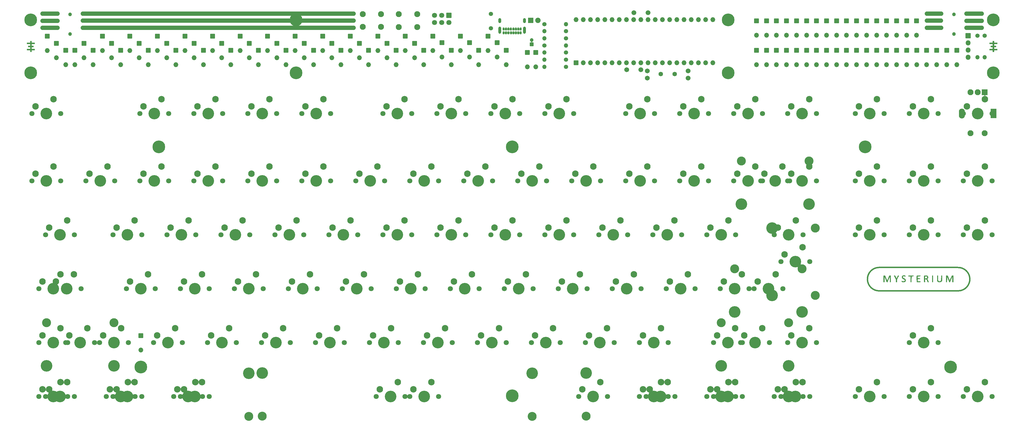
<source format=gbr>
%TF.GenerationSoftware,KiCad,Pcbnew,6.0.10-86aedd382b~118~ubuntu22.10.1*%
%TF.CreationDate,2023-02-22T16:30:12+01:00*%
%TF.ProjectId,mysterium-pcb,6d797374-6572-4697-956d-2d7063622e6b,rev?*%
%TF.SameCoordinates,Original*%
%TF.FileFunction,Soldermask,Top*%
%TF.FilePolarity,Negative*%
%FSLAX46Y46*%
G04 Gerber Fmt 4.6, Leading zero omitted, Abs format (unit mm)*
G04 Created by KiCad (PCBNEW 6.0.10-86aedd382b~118~ubuntu22.10.1) date 2023-02-22 16:30:12*
%MOMM*%
%LPD*%
G01*
G04 APERTURE LIST*
G04 Aperture macros list*
%AMRoundRect*
0 Rectangle with rounded corners*
0 $1 Rounding radius*
0 $2 $3 $4 $5 $6 $7 $8 $9 X,Y pos of 4 corners*
0 Add a 4 corners polygon primitive as box body*
4,1,4,$2,$3,$4,$5,$6,$7,$8,$9,$2,$3,0*
0 Add four circle primitives for the rounded corners*
1,1,$1+$1,$2,$3*
1,1,$1+$1,$4,$5*
1,1,$1+$1,$6,$7*
1,1,$1+$1,$8,$9*
0 Add four rect primitives between the rounded corners*
20,1,$1+$1,$2,$3,$4,$5,0*
20,1,$1+$1,$4,$5,$6,$7,0*
20,1,$1+$1,$6,$7,$8,$9,0*
20,1,$1+$1,$8,$9,$2,$3,0*%
G04 Aperture macros list end*
%ADD10C,1.500000*%
%ADD11C,0.010000*%
%ADD12C,0.500000*%
%ADD13RoundRect,0.051000X-0.800000X0.800000X-0.800000X-0.800000X0.800000X-0.800000X0.800000X0.800000X0*%
%ADD14O,1.702000X1.702000*%
%ADD15O,1.002000X1.802000*%
%ADD16O,1.002000X2.502000*%
%ADD17O,0.752000X1.102000*%
%ADD18C,4.089800*%
%ADD19C,3.150000*%
%ADD20C,4.102000*%
%ADD21C,1.802000*%
%ADD22C,2.302000*%
%ADD23RoundRect,0.051000X0.600000X-0.600000X0.600000X0.600000X-0.600000X0.600000X-0.600000X-0.600000X0*%
%ADD24C,1.302000*%
%ADD25RoundRect,0.051000X-0.900000X-0.900000X0.900000X-0.900000X0.900000X0.900000X-0.900000X0.900000X0*%
%ADD26C,1.902000*%
%ADD27RoundRect,0.051000X0.800000X-0.800000X0.800000X0.800000X-0.800000X0.800000X-0.800000X-0.800000X0*%
%ADD28C,4.502000*%
%ADD29C,2.102000*%
%ADD30C,1.702000*%
%ADD31C,1.502000*%
%ADD32RoundRect,0.051000X0.850000X0.850000X-0.850000X0.850000X-0.850000X-0.850000X0.850000X-0.850000X0*%
%ADD33O,1.502000X1.502000*%
%ADD34C,3.152000*%
%ADD35C,1.602000*%
%ADD36RoundRect,0.051000X-1.000000X1.000000X-1.000000X-1.000000X1.000000X-1.000000X1.000000X1.000000X0*%
%ADD37RoundRect,0.051000X-1.000000X1.600000X-1.000000X-1.600000X1.000000X-1.600000X1.000000X1.600000X0*%
%ADD38RoundRect,1.051000X0.000000X0.700000X0.000000X-0.700000X0.000000X-0.700000X0.000000X0.700000X0*%
%ADD39RoundRect,0.051000X-0.850000X-0.850000X0.850000X-0.850000X0.850000X0.850000X-0.850000X0.850000X0*%
%ADD40O,1.802000X1.802000*%
G04 APERTURE END LIST*
D10*
X59500000Y-59605040D02*
X155096900Y-59605040D01*
X59500000Y-62088310D02*
X155096900Y-62088310D01*
X357373000Y-62088310D02*
X362458000Y-62103000D01*
X357373000Y-59605040D02*
X362331000Y-59605040D01*
X357373000Y-57121770D02*
X362458000Y-57121770D01*
X371370000Y-62103000D02*
X376709000Y-62103000D01*
X371370000Y-57136460D02*
X376709000Y-57136460D01*
X45280500Y-59619730D02*
X50619500Y-59619730D01*
X45280500Y-57136460D02*
X50619500Y-57136460D01*
X45280500Y-62103000D02*
X50619500Y-62103000D01*
X371370000Y-59619730D02*
X376709000Y-59619730D01*
X59500000Y-57121770D02*
X155096900Y-57121770D01*
G36*
X41363255Y-67367723D02*
G01*
X41932638Y-67369900D01*
X42502021Y-67372076D01*
X42502021Y-67778476D01*
X41363255Y-67782828D01*
X41363255Y-68443109D01*
X42082922Y-68443109D01*
X42082922Y-68874909D01*
X41363255Y-68874909D01*
X41363255Y-69552123D01*
X41932638Y-69554300D01*
X42502021Y-69556476D01*
X42504284Y-69770259D01*
X42506546Y-69984042D01*
X41363255Y-69984042D01*
X41363255Y-70602109D01*
X40922988Y-70602109D01*
X40922988Y-69984042D01*
X39788455Y-69984042D01*
X39788455Y-69552243D01*
X40922988Y-69552243D01*
X40922988Y-68874909D01*
X40211788Y-68874909D01*
X40211788Y-68443109D01*
X40922988Y-68443109D01*
X40922988Y-67782709D01*
X39788455Y-67782709D01*
X39788455Y-67367843D01*
X40922769Y-67367843D01*
X40927221Y-66779409D01*
X41145238Y-66777150D01*
X41363255Y-66774890D01*
X41363255Y-67367723D01*
G37*
D11*
X41363255Y-67367723D02*
X41932638Y-67369900D01*
X42502021Y-67372076D01*
X42502021Y-67778476D01*
X41363255Y-67782828D01*
X41363255Y-68443109D01*
X42082922Y-68443109D01*
X42082922Y-68874909D01*
X41363255Y-68874909D01*
X41363255Y-69552123D01*
X41932638Y-69554300D01*
X42502021Y-69556476D01*
X42504284Y-69770259D01*
X42506546Y-69984042D01*
X41363255Y-69984042D01*
X41363255Y-70602109D01*
X40922988Y-70602109D01*
X40922988Y-69984042D01*
X39788455Y-69984042D01*
X39788455Y-69552243D01*
X40922988Y-69552243D01*
X40922988Y-68874909D01*
X40211788Y-68874909D01*
X40211788Y-68443109D01*
X40922988Y-68443109D01*
X40922988Y-67782709D01*
X39788455Y-67782709D01*
X39788455Y-67367843D01*
X40922769Y-67367843D01*
X40927221Y-66779409D01*
X41145238Y-66777150D01*
X41363255Y-66774890D01*
X41363255Y-67367723D01*
G36*
X381025755Y-67367723D02*
G01*
X381595138Y-67369900D01*
X382164521Y-67372076D01*
X382164521Y-67778476D01*
X381025755Y-67782828D01*
X381025755Y-68443109D01*
X381745422Y-68443109D01*
X381745422Y-68874909D01*
X381025755Y-68874909D01*
X381025755Y-69552123D01*
X381595138Y-69554300D01*
X382164521Y-69556476D01*
X382166784Y-69770259D01*
X382169046Y-69984042D01*
X381025755Y-69984042D01*
X381025755Y-70602109D01*
X380585488Y-70602109D01*
X380585488Y-69984042D01*
X379450955Y-69984042D01*
X379450955Y-69552243D01*
X380585488Y-69552243D01*
X380585488Y-68874909D01*
X379874288Y-68874909D01*
X379874288Y-68443109D01*
X380585488Y-68443109D01*
X380585488Y-67782709D01*
X379450955Y-67782709D01*
X379450955Y-67367843D01*
X380585269Y-67367843D01*
X380589721Y-66779409D01*
X380807738Y-66777150D01*
X381025755Y-66774890D01*
X381025755Y-67367723D01*
G37*
X381025755Y-67367723D02*
X381595138Y-67369900D01*
X382164521Y-67372076D01*
X382164521Y-67778476D01*
X381025755Y-67782828D01*
X381025755Y-68443109D01*
X381745422Y-68443109D01*
X381745422Y-68874909D01*
X381025755Y-68874909D01*
X381025755Y-69552123D01*
X381595138Y-69554300D01*
X382164521Y-69556476D01*
X382166784Y-69770259D01*
X382169046Y-69984042D01*
X381025755Y-69984042D01*
X381025755Y-70602109D01*
X380585488Y-70602109D01*
X380585488Y-69984042D01*
X379450955Y-69984042D01*
X379450955Y-69552243D01*
X380585488Y-69552243D01*
X380585488Y-68874909D01*
X379874288Y-68874909D01*
X379874288Y-68443109D01*
X380585488Y-68443109D01*
X380585488Y-67782709D01*
X379450955Y-67782709D01*
X379450955Y-67367843D01*
X380585269Y-67367843D01*
X380589721Y-66779409D01*
X380807738Y-66777150D01*
X381025755Y-66774890D01*
X381025755Y-67367723D01*
D12*
X340417050Y-146811700D02*
X368292050Y-146811700D01*
X340639850Y-155071700D02*
X368514850Y-155071700D01*
X340417050Y-146811700D02*
G75*
G03*
X340639850Y-155071700I111400J-4130000D01*
G01*
X368514850Y-155071700D02*
G75*
G03*
X368292050Y-146811700I-111400J4130000D01*
G01*
G36*
X361263438Y-150439598D02*
G01*
X361264318Y-150712251D01*
X361266875Y-150922117D01*
X361271897Y-151080024D01*
X361280171Y-151196805D01*
X361292483Y-151283289D01*
X361309622Y-151350306D01*
X361332375Y-151408686D01*
X361334169Y-151412664D01*
X361439353Y-151563477D01*
X361592109Y-151658353D01*
X361791495Y-151696734D01*
X361814804Y-151697459D01*
X362025768Y-151672959D01*
X362191000Y-151590966D01*
X362302232Y-151465992D01*
X362328852Y-151419764D01*
X362349298Y-151370827D01*
X362364555Y-151308900D01*
X362375607Y-151223705D01*
X362383440Y-151104963D01*
X362389037Y-150942395D01*
X362393383Y-150725721D01*
X362397034Y-150476410D01*
X362408684Y-149620540D01*
X362703022Y-149620540D01*
X362679876Y-151411924D01*
X362569113Y-151590956D01*
X362426761Y-151754449D01*
X362236560Y-151875538D01*
X362013921Y-151949479D01*
X361774254Y-151971532D01*
X361532972Y-151936952D01*
X361488171Y-151923574D01*
X361285911Y-151820197D01*
X361122976Y-151659122D01*
X361037927Y-151516338D01*
X361015990Y-151461765D01*
X360999242Y-151398172D01*
X360986989Y-151315300D01*
X360978538Y-151202889D01*
X360973196Y-151050681D01*
X360970272Y-150848416D01*
X360969072Y-150585835D01*
X360968945Y-150494816D01*
X360968137Y-149620540D01*
X361262630Y-149620540D01*
X361263438Y-150439598D01*
G37*
D11*
X361263438Y-150439598D02*
X361264318Y-150712251D01*
X361266875Y-150922117D01*
X361271897Y-151080024D01*
X361280171Y-151196805D01*
X361292483Y-151283289D01*
X361309622Y-151350306D01*
X361332375Y-151408686D01*
X361334169Y-151412664D01*
X361439353Y-151563477D01*
X361592109Y-151658353D01*
X361791495Y-151696734D01*
X361814804Y-151697459D01*
X362025768Y-151672959D01*
X362191000Y-151590966D01*
X362302232Y-151465992D01*
X362328852Y-151419764D01*
X362349298Y-151370827D01*
X362364555Y-151308900D01*
X362375607Y-151223705D01*
X362383440Y-151104963D01*
X362389037Y-150942395D01*
X362393383Y-150725721D01*
X362397034Y-150476410D01*
X362408684Y-149620540D01*
X362703022Y-149620540D01*
X362679876Y-151411924D01*
X362569113Y-151590956D01*
X362426761Y-151754449D01*
X362236560Y-151875538D01*
X362013921Y-151949479D01*
X361774254Y-151971532D01*
X361532972Y-151936952D01*
X361488171Y-151923574D01*
X361285911Y-151820197D01*
X361122976Y-151659122D01*
X361037927Y-151516338D01*
X361015990Y-151461765D01*
X360999242Y-151398172D01*
X360986989Y-151315300D01*
X360978538Y-151202889D01*
X360973196Y-151050681D01*
X360970272Y-150848416D01*
X360969072Y-150585835D01*
X360968945Y-150494816D01*
X360968137Y-149620540D01*
X361262630Y-149620540D01*
X361263438Y-150439598D01*
G36*
X359495673Y-151939671D02*
G01*
X359201180Y-151939671D01*
X359201180Y-149620540D01*
X359495673Y-149620540D01*
X359495673Y-151939671D01*
G37*
X359495673Y-151939671D02*
X359201180Y-151939671D01*
X359201180Y-149620540D01*
X359495673Y-149620540D01*
X359495673Y-151939671D01*
G36*
X349262343Y-149593902D02*
G01*
X349409428Y-149611900D01*
X349544846Y-149642604D01*
X349621256Y-149671151D01*
X349704266Y-149727061D01*
X349736737Y-149797641D01*
X349740601Y-149860761D01*
X349736129Y-149941874D01*
X349713080Y-149978663D01*
X349657003Y-149974647D01*
X349553450Y-149933349D01*
X349514548Y-149915842D01*
X349324366Y-149855238D01*
X349149786Y-149847453D01*
X349002506Y-149889326D01*
X348894224Y-149977694D01*
X348838847Y-150098499D01*
X348832997Y-150204555D01*
X348869686Y-150301801D01*
X348955812Y-150397882D01*
X349098272Y-150500444D01*
X349303963Y-150617132D01*
X349309219Y-150619899D01*
X349498136Y-150726694D01*
X349648709Y-150826888D01*
X349747665Y-150911419D01*
X349763671Y-150930195D01*
X349855277Y-151106049D01*
X349883334Y-151297066D01*
X349851666Y-151488716D01*
X349764095Y-151666470D01*
X349624442Y-151815799D01*
X349511505Y-151888707D01*
X349380802Y-151931570D01*
X349206945Y-151956238D01*
X349018445Y-151961379D01*
X348843816Y-151945658D01*
X348752903Y-151924166D01*
X348584738Y-151850178D01*
X348485608Y-151759398D01*
X348452216Y-151648774D01*
X348452195Y-151645608D01*
X348459856Y-151560722D01*
X348491483Y-151525879D01*
X348560042Y-151537573D01*
X348668345Y-151587158D01*
X348878731Y-151668824D01*
X349077154Y-151700818D01*
X349253685Y-151685990D01*
X349398396Y-151627190D01*
X349501357Y-151527267D01*
X349552640Y-151389069D01*
X349556543Y-151332280D01*
X349535233Y-151215313D01*
X349466266Y-151108421D01*
X349342084Y-151003866D01*
X349155130Y-150893913D01*
X349101715Y-150866677D01*
X348880129Y-150747007D01*
X348720775Y-150636144D01*
X348614841Y-150523582D01*
X348553515Y-150398812D01*
X348527986Y-150251328D01*
X348525818Y-150179986D01*
X348557966Y-149981103D01*
X348654830Y-149816798D01*
X348817037Y-149686093D01*
X348857420Y-149663875D01*
X348969852Y-149614417D01*
X349078217Y-149592154D01*
X349216192Y-149591267D01*
X349262343Y-149593902D01*
G37*
X349262343Y-149593902D02*
X349409428Y-149611900D01*
X349544846Y-149642604D01*
X349621256Y-149671151D01*
X349704266Y-149727061D01*
X349736737Y-149797641D01*
X349740601Y-149860761D01*
X349736129Y-149941874D01*
X349713080Y-149978663D01*
X349657003Y-149974647D01*
X349553450Y-149933349D01*
X349514548Y-149915842D01*
X349324366Y-149855238D01*
X349149786Y-149847453D01*
X349002506Y-149889326D01*
X348894224Y-149977694D01*
X348838847Y-150098499D01*
X348832997Y-150204555D01*
X348869686Y-150301801D01*
X348955812Y-150397882D01*
X349098272Y-150500444D01*
X349303963Y-150617132D01*
X349309219Y-150619899D01*
X349498136Y-150726694D01*
X349648709Y-150826888D01*
X349747665Y-150911419D01*
X349763671Y-150930195D01*
X349855277Y-151106049D01*
X349883334Y-151297066D01*
X349851666Y-151488716D01*
X349764095Y-151666470D01*
X349624442Y-151815799D01*
X349511505Y-151888707D01*
X349380802Y-151931570D01*
X349206945Y-151956238D01*
X349018445Y-151961379D01*
X348843816Y-151945658D01*
X348752903Y-151924166D01*
X348584738Y-151850178D01*
X348485608Y-151759398D01*
X348452216Y-151648774D01*
X348452195Y-151645608D01*
X348459856Y-151560722D01*
X348491483Y-151525879D01*
X348560042Y-151537573D01*
X348668345Y-151587158D01*
X348878731Y-151668824D01*
X349077154Y-151700818D01*
X349253685Y-151685990D01*
X349398396Y-151627190D01*
X349501357Y-151527267D01*
X349552640Y-151389069D01*
X349556543Y-151332280D01*
X349535233Y-151215313D01*
X349466266Y-151108421D01*
X349342084Y-151003866D01*
X349155130Y-150893913D01*
X349101715Y-150866677D01*
X348880129Y-150747007D01*
X348720775Y-150636144D01*
X348614841Y-150523582D01*
X348553515Y-150398812D01*
X348527986Y-150251328D01*
X348525818Y-150179986D01*
X348557966Y-149981103D01*
X348654830Y-149816798D01*
X348817037Y-149686093D01*
X348857420Y-149663875D01*
X348969852Y-149614417D01*
X349078217Y-149592154D01*
X349216192Y-149591267D01*
X349262343Y-149593902D01*
G36*
X355034600Y-149740178D02*
G01*
X355023064Y-149859816D01*
X354553717Y-149870119D01*
X354084369Y-149880421D01*
X354084369Y-150612042D01*
X354498499Y-150622451D01*
X354912630Y-150632859D01*
X354912630Y-150816917D01*
X354498499Y-150827326D01*
X354084369Y-150837734D01*
X354084369Y-151681990D01*
X354560220Y-151681990D01*
X354756872Y-151682958D01*
X354891815Y-151686908D01*
X354976949Y-151695403D01*
X355024174Y-151710011D01*
X355045390Y-151732297D01*
X355049880Y-151746410D01*
X355053631Y-151840451D01*
X355048286Y-151875251D01*
X355036306Y-151899286D01*
X355006592Y-151916523D01*
X354948538Y-151928069D01*
X354851536Y-151935032D01*
X354704980Y-151938517D01*
X354498265Y-151939632D01*
X354431081Y-151939671D01*
X354206702Y-151939084D01*
X354044792Y-151936497D01*
X353934202Y-151930668D01*
X353863782Y-151920358D01*
X353822382Y-151904325D01*
X353798853Y-151881329D01*
X353791171Y-151868468D01*
X353781910Y-151815329D01*
X353773740Y-151700222D01*
X353766744Y-151534792D01*
X353761007Y-151330688D01*
X353756613Y-151099556D01*
X353753644Y-150853043D01*
X353752186Y-150602797D01*
X353752322Y-150360465D01*
X353754135Y-150137693D01*
X353757710Y-149946130D01*
X353763131Y-149797422D01*
X353770481Y-149703216D01*
X353775409Y-149678769D01*
X353792742Y-149657148D01*
X353832433Y-149641523D01*
X353904713Y-149630971D01*
X354019813Y-149624571D01*
X354187964Y-149621401D01*
X354419396Y-149620541D01*
X354421944Y-149620540D01*
X355046135Y-149620540D01*
X355034600Y-149740178D01*
G37*
X355034600Y-149740178D02*
X355023064Y-149859816D01*
X354553717Y-149870119D01*
X354084369Y-149880421D01*
X354084369Y-150612042D01*
X354498499Y-150622451D01*
X354912630Y-150632859D01*
X354912630Y-150816917D01*
X354498499Y-150827326D01*
X354084369Y-150837734D01*
X354084369Y-151681990D01*
X354560220Y-151681990D01*
X354756872Y-151682958D01*
X354891815Y-151686908D01*
X354976949Y-151695403D01*
X355024174Y-151710011D01*
X355045390Y-151732297D01*
X355049880Y-151746410D01*
X355053631Y-151840451D01*
X355048286Y-151875251D01*
X355036306Y-151899286D01*
X355006592Y-151916523D01*
X354948538Y-151928069D01*
X354851536Y-151935032D01*
X354704980Y-151938517D01*
X354498265Y-151939632D01*
X354431081Y-151939671D01*
X354206702Y-151939084D01*
X354044792Y-151936497D01*
X353934202Y-151930668D01*
X353863782Y-151920358D01*
X353822382Y-151904325D01*
X353798853Y-151881329D01*
X353791171Y-151868468D01*
X353781910Y-151815329D01*
X353773740Y-151700222D01*
X353766744Y-151534792D01*
X353761007Y-151330688D01*
X353756613Y-151099556D01*
X353753644Y-150853043D01*
X353752186Y-150602797D01*
X353752322Y-150360465D01*
X353754135Y-150137693D01*
X353757710Y-149946130D01*
X353763131Y-149797422D01*
X353770481Y-149703216D01*
X353775409Y-149678769D01*
X353792742Y-149657148D01*
X353832433Y-149641523D01*
X353904713Y-149630971D01*
X354019813Y-149624571D01*
X354187964Y-149621401D01*
X354419396Y-149620541D01*
X354421944Y-149620540D01*
X355046135Y-149620540D01*
X355034600Y-149740178D01*
G36*
X356370015Y-150223711D02*
G01*
X356374597Y-150020312D01*
X356381502Y-149870410D01*
X356391010Y-149767303D01*
X356403404Y-149704287D01*
X356414585Y-149679544D01*
X356442943Y-149651652D01*
X356488207Y-149633755D01*
X356563879Y-149624383D01*
X356683464Y-149622069D01*
X356860464Y-149625343D01*
X356902338Y-149626493D01*
X357108277Y-149634772D01*
X357257582Y-149647722D01*
X357367211Y-149667892D01*
X357454123Y-149697828D01*
X357489441Y-149714702D01*
X357620759Y-149817500D01*
X357726643Y-149965173D01*
X357790417Y-150130372D01*
X357801531Y-150226529D01*
X357769414Y-150401235D01*
X357685613Y-150566834D01*
X357565259Y-150696432D01*
X357520137Y-150726693D01*
X357379006Y-150807872D01*
X357493822Y-150929540D01*
X357544103Y-151000276D01*
X357608779Y-151115789D01*
X357681217Y-151260976D01*
X357754783Y-151420732D01*
X357822842Y-151579955D01*
X357878762Y-151723539D01*
X357915907Y-151836381D01*
X357927644Y-151903377D01*
X357925356Y-151912062D01*
X357881045Y-151929814D01*
X357792398Y-151939219D01*
X357766574Y-151939671D01*
X357624718Y-151939671D01*
X357524020Y-151672787D01*
X357421089Y-151414005D01*
X357328996Y-151218659D01*
X357240931Y-151078707D01*
X357150083Y-150986107D01*
X357049641Y-150932820D01*
X356932796Y-150910803D01*
X356877086Y-150908946D01*
X356697992Y-150908946D01*
X356697992Y-151939671D01*
X356556881Y-151939671D01*
X356459602Y-151933790D01*
X356397332Y-151919240D01*
X356391229Y-151915130D01*
X356384980Y-151873415D01*
X356379317Y-151767487D01*
X356374452Y-151606757D01*
X356370594Y-151400634D01*
X356367954Y-151158527D01*
X356366743Y-150889846D01*
X356366688Y-150817818D01*
X356367083Y-150651265D01*
X356697992Y-150651265D01*
X356931824Y-150651265D01*
X357087239Y-150643685D01*
X357199316Y-150616392D01*
X357290251Y-150567300D01*
X357410105Y-150453124D01*
X357462861Y-150313234D01*
X357455776Y-150158133D01*
X357404225Y-150029439D01*
X357302356Y-149941904D01*
X357144776Y-149892564D01*
X356946470Y-149878359D01*
X356697992Y-149878222D01*
X356697992Y-150651265D01*
X356367083Y-150651265D01*
X356367472Y-150487312D01*
X356370015Y-150223711D01*
G37*
X356370015Y-150223711D02*
X356374597Y-150020312D01*
X356381502Y-149870410D01*
X356391010Y-149767303D01*
X356403404Y-149704287D01*
X356414585Y-149679544D01*
X356442943Y-149651652D01*
X356488207Y-149633755D01*
X356563879Y-149624383D01*
X356683464Y-149622069D01*
X356860464Y-149625343D01*
X356902338Y-149626493D01*
X357108277Y-149634772D01*
X357257582Y-149647722D01*
X357367211Y-149667892D01*
X357454123Y-149697828D01*
X357489441Y-149714702D01*
X357620759Y-149817500D01*
X357726643Y-149965173D01*
X357790417Y-150130372D01*
X357801531Y-150226529D01*
X357769414Y-150401235D01*
X357685613Y-150566834D01*
X357565259Y-150696432D01*
X357520137Y-150726693D01*
X357379006Y-150807872D01*
X357493822Y-150929540D01*
X357544103Y-151000276D01*
X357608779Y-151115789D01*
X357681217Y-151260976D01*
X357754783Y-151420732D01*
X357822842Y-151579955D01*
X357878762Y-151723539D01*
X357915907Y-151836381D01*
X357927644Y-151903377D01*
X357925356Y-151912062D01*
X357881045Y-151929814D01*
X357792398Y-151939219D01*
X357766574Y-151939671D01*
X357624718Y-151939671D01*
X357524020Y-151672787D01*
X357421089Y-151414005D01*
X357328996Y-151218659D01*
X357240931Y-151078707D01*
X357150083Y-150986107D01*
X357049641Y-150932820D01*
X356932796Y-150910803D01*
X356877086Y-150908946D01*
X356697992Y-150908946D01*
X356697992Y-151939671D01*
X356556881Y-151939671D01*
X356459602Y-151933790D01*
X356397332Y-151919240D01*
X356391229Y-151915130D01*
X356384980Y-151873415D01*
X356379317Y-151767487D01*
X356374452Y-151606757D01*
X356370594Y-151400634D01*
X356367954Y-151158527D01*
X356366743Y-150889846D01*
X356366688Y-150817818D01*
X356367083Y-150651265D01*
X356697992Y-150651265D01*
X356931824Y-150651265D01*
X357087239Y-150643685D01*
X357199316Y-150616392D01*
X357290251Y-150567300D01*
X357410105Y-150453124D01*
X357462861Y-150313234D01*
X357455776Y-150158133D01*
X357404225Y-150029439D01*
X357302356Y-149941904D01*
X357144776Y-149892564D01*
X356946470Y-149878359D01*
X356697992Y-149878222D01*
X356697992Y-150651265D01*
X356367083Y-150651265D01*
X356367472Y-150487312D01*
X356370015Y-150223711D01*
G36*
X342490824Y-149638721D02*
G01*
X342570356Y-149683185D01*
X342571992Y-149684961D01*
X342601225Y-149736030D01*
X342652820Y-149845555D01*
X342722384Y-150003405D01*
X342805524Y-150199445D01*
X342897846Y-150423542D01*
X342971164Y-150605669D01*
X343065196Y-150838039D01*
X343151364Y-151044245D01*
X343225769Y-151215491D01*
X343284507Y-151342979D01*
X343323679Y-151417914D01*
X343338505Y-151433929D01*
X343359170Y-151393317D01*
X343403340Y-151294158D01*
X343466886Y-151146148D01*
X343545680Y-150958982D01*
X343635592Y-150742352D01*
X343703233Y-150577642D01*
X343800356Y-150343247D01*
X343891516Y-150129074D01*
X343972132Y-149945434D01*
X344037621Y-149802632D01*
X344083402Y-149710979D01*
X344100752Y-149683338D01*
X344155954Y-149643395D01*
X344241474Y-149626803D01*
X344364079Y-149628120D01*
X344568572Y-149638946D01*
X344578299Y-150789309D01*
X344588026Y-151939671D01*
X344292485Y-151939671D01*
X344292485Y-150921217D01*
X344291563Y-150657655D01*
X344288961Y-150421327D01*
X344284922Y-150221276D01*
X344279691Y-150066547D01*
X344273512Y-149966182D01*
X344266630Y-149929226D01*
X344265701Y-149929546D01*
X344245645Y-149969417D01*
X344202175Y-150068876D01*
X344138974Y-150219056D01*
X344059726Y-150411091D01*
X343968115Y-150636115D01*
X343867824Y-150885260D01*
X343846412Y-150938797D01*
X343453906Y-151921265D01*
X343320005Y-151932751D01*
X343243025Y-151935362D01*
X343193244Y-151916379D01*
X343152361Y-151860455D01*
X343102075Y-151752244D01*
X343100520Y-151748693D01*
X343062288Y-151657284D01*
X343002813Y-151510039D01*
X342927213Y-151319866D01*
X342840604Y-151099669D01*
X342748104Y-150862358D01*
X342705812Y-150753140D01*
X342396688Y-149953132D01*
X342378282Y-150937198D01*
X342359876Y-151921265D01*
X342229720Y-151932220D01*
X342135914Y-151932761D01*
X342076949Y-151919707D01*
X342073270Y-151916882D01*
X342064346Y-151872083D01*
X342057286Y-151764942D01*
X342052029Y-151606714D01*
X342048516Y-151408656D01*
X342046688Y-151182024D01*
X342046485Y-150938073D01*
X342047846Y-150688059D01*
X342050712Y-150443238D01*
X342055024Y-150214866D01*
X342060721Y-150014199D01*
X342067745Y-149852492D01*
X342076034Y-149741003D01*
X342085084Y-149691744D01*
X342146978Y-149644590D01*
X342252793Y-149619791D01*
X342376189Y-149617712D01*
X342490824Y-149638721D01*
G37*
X342490824Y-149638721D02*
X342570356Y-149683185D01*
X342571992Y-149684961D01*
X342601225Y-149736030D01*
X342652820Y-149845555D01*
X342722384Y-150003405D01*
X342805524Y-150199445D01*
X342897846Y-150423542D01*
X342971164Y-150605669D01*
X343065196Y-150838039D01*
X343151364Y-151044245D01*
X343225769Y-151215491D01*
X343284507Y-151342979D01*
X343323679Y-151417914D01*
X343338505Y-151433929D01*
X343359170Y-151393317D01*
X343403340Y-151294158D01*
X343466886Y-151146148D01*
X343545680Y-150958982D01*
X343635592Y-150742352D01*
X343703233Y-150577642D01*
X343800356Y-150343247D01*
X343891516Y-150129074D01*
X343972132Y-149945434D01*
X344037621Y-149802632D01*
X344083402Y-149710979D01*
X344100752Y-149683338D01*
X344155954Y-149643395D01*
X344241474Y-149626803D01*
X344364079Y-149628120D01*
X344568572Y-149638946D01*
X344578299Y-150789309D01*
X344588026Y-151939671D01*
X344292485Y-151939671D01*
X344292485Y-150921217D01*
X344291563Y-150657655D01*
X344288961Y-150421327D01*
X344284922Y-150221276D01*
X344279691Y-150066547D01*
X344273512Y-149966182D01*
X344266630Y-149929226D01*
X344265701Y-149929546D01*
X344245645Y-149969417D01*
X344202175Y-150068876D01*
X344138974Y-150219056D01*
X344059726Y-150411091D01*
X343968115Y-150636115D01*
X343867824Y-150885260D01*
X343846412Y-150938797D01*
X343453906Y-151921265D01*
X343320005Y-151932751D01*
X343243025Y-151935362D01*
X343193244Y-151916379D01*
X343152361Y-151860455D01*
X343102075Y-151752244D01*
X343100520Y-151748693D01*
X343062288Y-151657284D01*
X343002813Y-151510039D01*
X342927213Y-151319866D01*
X342840604Y-151099669D01*
X342748104Y-150862358D01*
X342705812Y-150753140D01*
X342396688Y-149953132D01*
X342378282Y-150937198D01*
X342359876Y-151921265D01*
X342229720Y-151932220D01*
X342135914Y-151932761D01*
X342076949Y-151919707D01*
X342073270Y-151916882D01*
X342064346Y-151872083D01*
X342057286Y-151764942D01*
X342052029Y-151606714D01*
X342048516Y-151408656D01*
X342046688Y-151182024D01*
X342046485Y-150938073D01*
X342047846Y-150688059D01*
X342050712Y-150443238D01*
X342055024Y-150214866D01*
X342060721Y-150014199D01*
X342067745Y-149852492D01*
X342076034Y-149741003D01*
X342085084Y-149691744D01*
X342146978Y-149644590D01*
X342252793Y-149619791D01*
X342376189Y-149617712D01*
X342490824Y-149638721D01*
G36*
X351737630Y-149629065D02*
G01*
X352593499Y-149638946D01*
X352593499Y-149859816D01*
X351924035Y-149880832D01*
X351899958Y-150569744D01*
X351891978Y-150817213D01*
X351885103Y-151066919D01*
X351879809Y-151298616D01*
X351876570Y-151492058D01*
X351875777Y-151599164D01*
X351875673Y-151939671D01*
X351581180Y-151939671D01*
X351581180Y-149878222D01*
X350881760Y-149878222D01*
X350881760Y-149619184D01*
X351737630Y-149629065D01*
G37*
X351737630Y-149629065D02*
X352593499Y-149638946D01*
X352593499Y-149859816D01*
X351924035Y-149880832D01*
X351899958Y-150569744D01*
X351891978Y-150817213D01*
X351885103Y-151066919D01*
X351879809Y-151298616D01*
X351876570Y-151492058D01*
X351875777Y-151599164D01*
X351875673Y-151939671D01*
X351581180Y-151939671D01*
X351581180Y-149878222D01*
X350881760Y-149878222D01*
X350881760Y-149619184D01*
X351737630Y-149629065D01*
G36*
X346267243Y-149979454D02*
G01*
X346348664Y-150153532D01*
X346429275Y-150327119D01*
X346497173Y-150474526D01*
X346525732Y-150537231D01*
X346615643Y-150736095D01*
X346773315Y-150389984D01*
X346854070Y-150214825D01*
X346937419Y-150037503D01*
X347010095Y-149886121D01*
X347036651Y-149832207D01*
X347096035Y-149717804D01*
X347141981Y-149654482D01*
X347193302Y-149627138D01*
X347268810Y-149620669D01*
X347300298Y-149620540D01*
X347396436Y-149624442D01*
X347452441Y-149634265D01*
X347458282Y-149639314D01*
X347442530Y-149676345D01*
X347398490Y-149769239D01*
X347330984Y-149908102D01*
X347244834Y-150083042D01*
X347144864Y-150284163D01*
X347108572Y-150356772D01*
X346758862Y-151055457D01*
X346758862Y-151939671D01*
X346464369Y-151939671D01*
X346464369Y-151055457D01*
X346114659Y-150356772D01*
X346011087Y-150149001D01*
X345919696Y-149964047D01*
X345845308Y-149811804D01*
X345792746Y-149702165D01*
X345766832Y-149645025D01*
X345764948Y-149639314D01*
X345797892Y-149628148D01*
X345881299Y-149621425D01*
X345931806Y-149620540D01*
X346098664Y-149620540D01*
X346267243Y-149979454D01*
G37*
X346267243Y-149979454D02*
X346348664Y-150153532D01*
X346429275Y-150327119D01*
X346497173Y-150474526D01*
X346525732Y-150537231D01*
X346615643Y-150736095D01*
X346773315Y-150389984D01*
X346854070Y-150214825D01*
X346937419Y-150037503D01*
X347010095Y-149886121D01*
X347036651Y-149832207D01*
X347096035Y-149717804D01*
X347141981Y-149654482D01*
X347193302Y-149627138D01*
X347268810Y-149620669D01*
X347300298Y-149620540D01*
X347396436Y-149624442D01*
X347452441Y-149634265D01*
X347458282Y-149639314D01*
X347442530Y-149676345D01*
X347398490Y-149769239D01*
X347330984Y-149908102D01*
X347244834Y-150083042D01*
X347144864Y-150284163D01*
X347108572Y-150356772D01*
X346758862Y-151055457D01*
X346758862Y-151939671D01*
X346464369Y-151939671D01*
X346464369Y-151055457D01*
X346114659Y-150356772D01*
X346011087Y-150149001D01*
X345919696Y-149964047D01*
X345845308Y-149811804D01*
X345792746Y-149702165D01*
X345766832Y-149645025D01*
X345764948Y-149639314D01*
X345797892Y-149628148D01*
X345881299Y-149621425D01*
X345931806Y-149620540D01*
X346098664Y-149620540D01*
X346267243Y-149979454D01*
G36*
X364496045Y-149629930D02*
G01*
X364602042Y-149660936D01*
X364643487Y-149688354D01*
X364675670Y-149740862D01*
X364729463Y-149851709D01*
X364800281Y-150010432D01*
X364883537Y-150206565D01*
X364974645Y-150429643D01*
X365034688Y-150581035D01*
X365126169Y-150812837D01*
X365209833Y-151021913D01*
X365281656Y-151198440D01*
X365337611Y-151332594D01*
X365373674Y-151414549D01*
X365384731Y-151435397D01*
X365405181Y-151410894D01*
X365449012Y-151326661D01*
X365512295Y-151191335D01*
X365591098Y-151013555D01*
X365681493Y-150801961D01*
X365769928Y-150588730D01*
X365869551Y-150348978D01*
X365963149Y-150130653D01*
X366046336Y-149943444D01*
X366114728Y-149797037D01*
X366163939Y-149701118D01*
X366187368Y-149666555D01*
X366265996Y-149635416D01*
X366379749Y-149622043D01*
X366499486Y-149626145D01*
X366596066Y-149647432D01*
X366633170Y-149670996D01*
X366646278Y-149713972D01*
X366656141Y-149810025D01*
X366662873Y-149963222D01*
X366666588Y-150177631D01*
X366667398Y-150457320D01*
X366665418Y-150806359D01*
X366665286Y-150821358D01*
X366655528Y-151921265D01*
X366361035Y-151921265D01*
X366342630Y-150927732D01*
X366324224Y-149934200D01*
X365920731Y-150936935D01*
X365517239Y-151939671D01*
X365244816Y-151939671D01*
X364960217Y-151212642D01*
X364868003Y-150977098D01*
X364778046Y-150747361D01*
X364696284Y-150538589D01*
X364628651Y-150365940D01*
X364581086Y-150244574D01*
X364576374Y-150232556D01*
X364477130Y-149979498D01*
X364452778Y-150542104D01*
X364443647Y-150783687D01*
X364436077Y-151042318D01*
X364430780Y-151289278D01*
X364428471Y-151495846D01*
X364428427Y-151522190D01*
X364428427Y-151939671D01*
X364133934Y-151939671D01*
X364133934Y-150824280D01*
X364134816Y-150479310D01*
X364137596Y-150202714D01*
X364142472Y-149989264D01*
X364149644Y-149833730D01*
X364159311Y-149730882D01*
X364171672Y-149675492D01*
X364178108Y-149664714D01*
X364254376Y-149630311D01*
X364370256Y-149619219D01*
X364496045Y-149629930D01*
G37*
X364496045Y-149629930D02*
X364602042Y-149660936D01*
X364643487Y-149688354D01*
X364675670Y-149740862D01*
X364729463Y-149851709D01*
X364800281Y-150010432D01*
X364883537Y-150206565D01*
X364974645Y-150429643D01*
X365034688Y-150581035D01*
X365126169Y-150812837D01*
X365209833Y-151021913D01*
X365281656Y-151198440D01*
X365337611Y-151332594D01*
X365373674Y-151414549D01*
X365384731Y-151435397D01*
X365405181Y-151410894D01*
X365449012Y-151326661D01*
X365512295Y-151191335D01*
X365591098Y-151013555D01*
X365681493Y-150801961D01*
X365769928Y-150588730D01*
X365869551Y-150348978D01*
X365963149Y-150130653D01*
X366046336Y-149943444D01*
X366114728Y-149797037D01*
X366163939Y-149701118D01*
X366187368Y-149666555D01*
X366265996Y-149635416D01*
X366379749Y-149622043D01*
X366499486Y-149626145D01*
X366596066Y-149647432D01*
X366633170Y-149670996D01*
X366646278Y-149713972D01*
X366656141Y-149810025D01*
X366662873Y-149963222D01*
X366666588Y-150177631D01*
X366667398Y-150457320D01*
X366665418Y-150806359D01*
X366665286Y-150821358D01*
X366655528Y-151921265D01*
X366361035Y-151921265D01*
X366342630Y-150927732D01*
X366324224Y-149934200D01*
X365920731Y-150936935D01*
X365517239Y-151939671D01*
X365244816Y-151939671D01*
X364960217Y-151212642D01*
X364868003Y-150977098D01*
X364778046Y-150747361D01*
X364696284Y-150538589D01*
X364628651Y-150365940D01*
X364581086Y-150244574D01*
X364576374Y-150232556D01*
X364477130Y-149979498D01*
X364452778Y-150542104D01*
X364443647Y-150783687D01*
X364436077Y-151042318D01*
X364430780Y-151289278D01*
X364428471Y-151495846D01*
X364428427Y-151522190D01*
X364428427Y-151939671D01*
X364133934Y-151939671D01*
X364133934Y-150824280D01*
X364134816Y-150479310D01*
X364137596Y-150202714D01*
X364142472Y-149989264D01*
X364149644Y-149833730D01*
X364159311Y-149730882D01*
X364171672Y-149675492D01*
X364178108Y-149664714D01*
X364254376Y-149630311D01*
X364370256Y-149619219D01*
X364496045Y-149629930D01*
D10*
X59500000Y-59605040D02*
X155096900Y-59605040D01*
X59500000Y-62088310D02*
X155096900Y-62088310D01*
X357373000Y-62088310D02*
X362458000Y-62103000D01*
X357373000Y-59605040D02*
X362331000Y-59605040D01*
X357373000Y-57121770D02*
X362458000Y-57121770D01*
X371370000Y-62103000D02*
X376709000Y-62103000D01*
X371370000Y-57136460D02*
X376709000Y-57136460D01*
X45280500Y-59619730D02*
X50619500Y-59619730D01*
X45280500Y-57136460D02*
X50619500Y-57136460D01*
X45280500Y-62103000D02*
X50619500Y-62103000D01*
X371370000Y-59619730D02*
X376709000Y-59619730D01*
X59500000Y-57121770D02*
X155096900Y-57121770D01*
G36*
X41363255Y-67367723D02*
G01*
X41932638Y-67369900D01*
X42502021Y-67372076D01*
X42502021Y-67778476D01*
X41363255Y-67782828D01*
X41363255Y-68443109D01*
X42082922Y-68443109D01*
X42082922Y-68874909D01*
X41363255Y-68874909D01*
X41363255Y-69552123D01*
X41932638Y-69554300D01*
X42502021Y-69556476D01*
X42504284Y-69770259D01*
X42506546Y-69984042D01*
X41363255Y-69984042D01*
X41363255Y-70602109D01*
X40922988Y-70602109D01*
X40922988Y-69984042D01*
X39788455Y-69984042D01*
X39788455Y-69552243D01*
X40922988Y-69552243D01*
X40922988Y-68874909D01*
X40211788Y-68874909D01*
X40211788Y-68443109D01*
X40922988Y-68443109D01*
X40922988Y-67782709D01*
X39788455Y-67782709D01*
X39788455Y-67367843D01*
X40922769Y-67367843D01*
X40927221Y-66779409D01*
X41145238Y-66777150D01*
X41363255Y-66774890D01*
X41363255Y-67367723D01*
G37*
D11*
X41363255Y-67367723D02*
X41932638Y-67369900D01*
X42502021Y-67372076D01*
X42502021Y-67778476D01*
X41363255Y-67782828D01*
X41363255Y-68443109D01*
X42082922Y-68443109D01*
X42082922Y-68874909D01*
X41363255Y-68874909D01*
X41363255Y-69552123D01*
X41932638Y-69554300D01*
X42502021Y-69556476D01*
X42504284Y-69770259D01*
X42506546Y-69984042D01*
X41363255Y-69984042D01*
X41363255Y-70602109D01*
X40922988Y-70602109D01*
X40922988Y-69984042D01*
X39788455Y-69984042D01*
X39788455Y-69552243D01*
X40922988Y-69552243D01*
X40922988Y-68874909D01*
X40211788Y-68874909D01*
X40211788Y-68443109D01*
X40922988Y-68443109D01*
X40922988Y-67782709D01*
X39788455Y-67782709D01*
X39788455Y-67367843D01*
X40922769Y-67367843D01*
X40927221Y-66779409D01*
X41145238Y-66777150D01*
X41363255Y-66774890D01*
X41363255Y-67367723D01*
G36*
X381025755Y-67367723D02*
G01*
X381595138Y-67369900D01*
X382164521Y-67372076D01*
X382164521Y-67778476D01*
X381025755Y-67782828D01*
X381025755Y-68443109D01*
X381745422Y-68443109D01*
X381745422Y-68874909D01*
X381025755Y-68874909D01*
X381025755Y-69552123D01*
X381595138Y-69554300D01*
X382164521Y-69556476D01*
X382166784Y-69770259D01*
X382169046Y-69984042D01*
X381025755Y-69984042D01*
X381025755Y-70602109D01*
X380585488Y-70602109D01*
X380585488Y-69984042D01*
X379450955Y-69984042D01*
X379450955Y-69552243D01*
X380585488Y-69552243D01*
X380585488Y-68874909D01*
X379874288Y-68874909D01*
X379874288Y-68443109D01*
X380585488Y-68443109D01*
X380585488Y-67782709D01*
X379450955Y-67782709D01*
X379450955Y-67367843D01*
X380585269Y-67367843D01*
X380589721Y-66779409D01*
X380807738Y-66777150D01*
X381025755Y-66774890D01*
X381025755Y-67367723D01*
G37*
X381025755Y-67367723D02*
X381595138Y-67369900D01*
X382164521Y-67372076D01*
X382164521Y-67778476D01*
X381025755Y-67782828D01*
X381025755Y-68443109D01*
X381745422Y-68443109D01*
X381745422Y-68874909D01*
X381025755Y-68874909D01*
X381025755Y-69552123D01*
X381595138Y-69554300D01*
X382164521Y-69556476D01*
X382166784Y-69770259D01*
X382169046Y-69984042D01*
X381025755Y-69984042D01*
X381025755Y-70602109D01*
X380585488Y-70602109D01*
X380585488Y-69984042D01*
X379450955Y-69984042D01*
X379450955Y-69552243D01*
X380585488Y-69552243D01*
X380585488Y-68874909D01*
X379874288Y-68874909D01*
X379874288Y-68443109D01*
X380585488Y-68443109D01*
X380585488Y-67782709D01*
X379450955Y-67782709D01*
X379450955Y-67367843D01*
X380585269Y-67367843D01*
X380589721Y-66779409D01*
X380807738Y-66777150D01*
X381025755Y-66774890D01*
X381025755Y-67367723D01*
D12*
X340417050Y-146811700D02*
X368292050Y-146811700D01*
X340639850Y-155071700D02*
X368514850Y-155071700D01*
X340417050Y-146811700D02*
G75*
G03*
X340639850Y-155071700I111400J-4130000D01*
G01*
X368514850Y-155071700D02*
G75*
G03*
X368292050Y-146811700I-111400J4130000D01*
G01*
G36*
X361263438Y-150439598D02*
G01*
X361264318Y-150712251D01*
X361266875Y-150922117D01*
X361271897Y-151080024D01*
X361280171Y-151196805D01*
X361292483Y-151283289D01*
X361309622Y-151350306D01*
X361332375Y-151408686D01*
X361334169Y-151412664D01*
X361439353Y-151563477D01*
X361592109Y-151658353D01*
X361791495Y-151696734D01*
X361814804Y-151697459D01*
X362025768Y-151672959D01*
X362191000Y-151590966D01*
X362302232Y-151465992D01*
X362328852Y-151419764D01*
X362349298Y-151370827D01*
X362364555Y-151308900D01*
X362375607Y-151223705D01*
X362383440Y-151104963D01*
X362389037Y-150942395D01*
X362393383Y-150725721D01*
X362397034Y-150476410D01*
X362408684Y-149620540D01*
X362703022Y-149620540D01*
X362679876Y-151411924D01*
X362569113Y-151590956D01*
X362426761Y-151754449D01*
X362236560Y-151875538D01*
X362013921Y-151949479D01*
X361774254Y-151971532D01*
X361532972Y-151936952D01*
X361488171Y-151923574D01*
X361285911Y-151820197D01*
X361122976Y-151659122D01*
X361037927Y-151516338D01*
X361015990Y-151461765D01*
X360999242Y-151398172D01*
X360986989Y-151315300D01*
X360978538Y-151202889D01*
X360973196Y-151050681D01*
X360970272Y-150848416D01*
X360969072Y-150585835D01*
X360968945Y-150494816D01*
X360968137Y-149620540D01*
X361262630Y-149620540D01*
X361263438Y-150439598D01*
G37*
D11*
X361263438Y-150439598D02*
X361264318Y-150712251D01*
X361266875Y-150922117D01*
X361271897Y-151080024D01*
X361280171Y-151196805D01*
X361292483Y-151283289D01*
X361309622Y-151350306D01*
X361332375Y-151408686D01*
X361334169Y-151412664D01*
X361439353Y-151563477D01*
X361592109Y-151658353D01*
X361791495Y-151696734D01*
X361814804Y-151697459D01*
X362025768Y-151672959D01*
X362191000Y-151590966D01*
X362302232Y-151465992D01*
X362328852Y-151419764D01*
X362349298Y-151370827D01*
X362364555Y-151308900D01*
X362375607Y-151223705D01*
X362383440Y-151104963D01*
X362389037Y-150942395D01*
X362393383Y-150725721D01*
X362397034Y-150476410D01*
X362408684Y-149620540D01*
X362703022Y-149620540D01*
X362679876Y-151411924D01*
X362569113Y-151590956D01*
X362426761Y-151754449D01*
X362236560Y-151875538D01*
X362013921Y-151949479D01*
X361774254Y-151971532D01*
X361532972Y-151936952D01*
X361488171Y-151923574D01*
X361285911Y-151820197D01*
X361122976Y-151659122D01*
X361037927Y-151516338D01*
X361015990Y-151461765D01*
X360999242Y-151398172D01*
X360986989Y-151315300D01*
X360978538Y-151202889D01*
X360973196Y-151050681D01*
X360970272Y-150848416D01*
X360969072Y-150585835D01*
X360968945Y-150494816D01*
X360968137Y-149620540D01*
X361262630Y-149620540D01*
X361263438Y-150439598D01*
G36*
X359495673Y-151939671D02*
G01*
X359201180Y-151939671D01*
X359201180Y-149620540D01*
X359495673Y-149620540D01*
X359495673Y-151939671D01*
G37*
X359495673Y-151939671D02*
X359201180Y-151939671D01*
X359201180Y-149620540D01*
X359495673Y-149620540D01*
X359495673Y-151939671D01*
G36*
X349262343Y-149593902D02*
G01*
X349409428Y-149611900D01*
X349544846Y-149642604D01*
X349621256Y-149671151D01*
X349704266Y-149727061D01*
X349736737Y-149797641D01*
X349740601Y-149860761D01*
X349736129Y-149941874D01*
X349713080Y-149978663D01*
X349657003Y-149974647D01*
X349553450Y-149933349D01*
X349514548Y-149915842D01*
X349324366Y-149855238D01*
X349149786Y-149847453D01*
X349002506Y-149889326D01*
X348894224Y-149977694D01*
X348838847Y-150098499D01*
X348832997Y-150204555D01*
X348869686Y-150301801D01*
X348955812Y-150397882D01*
X349098272Y-150500444D01*
X349303963Y-150617132D01*
X349309219Y-150619899D01*
X349498136Y-150726694D01*
X349648709Y-150826888D01*
X349747665Y-150911419D01*
X349763671Y-150930195D01*
X349855277Y-151106049D01*
X349883334Y-151297066D01*
X349851666Y-151488716D01*
X349764095Y-151666470D01*
X349624442Y-151815799D01*
X349511505Y-151888707D01*
X349380802Y-151931570D01*
X349206945Y-151956238D01*
X349018445Y-151961379D01*
X348843816Y-151945658D01*
X348752903Y-151924166D01*
X348584738Y-151850178D01*
X348485608Y-151759398D01*
X348452216Y-151648774D01*
X348452195Y-151645608D01*
X348459856Y-151560722D01*
X348491483Y-151525879D01*
X348560042Y-151537573D01*
X348668345Y-151587158D01*
X348878731Y-151668824D01*
X349077154Y-151700818D01*
X349253685Y-151685990D01*
X349398396Y-151627190D01*
X349501357Y-151527267D01*
X349552640Y-151389069D01*
X349556543Y-151332280D01*
X349535233Y-151215313D01*
X349466266Y-151108421D01*
X349342084Y-151003866D01*
X349155130Y-150893913D01*
X349101715Y-150866677D01*
X348880129Y-150747007D01*
X348720775Y-150636144D01*
X348614841Y-150523582D01*
X348553515Y-150398812D01*
X348527986Y-150251328D01*
X348525818Y-150179986D01*
X348557966Y-149981103D01*
X348654830Y-149816798D01*
X348817037Y-149686093D01*
X348857420Y-149663875D01*
X348969852Y-149614417D01*
X349078217Y-149592154D01*
X349216192Y-149591267D01*
X349262343Y-149593902D01*
G37*
X349262343Y-149593902D02*
X349409428Y-149611900D01*
X349544846Y-149642604D01*
X349621256Y-149671151D01*
X349704266Y-149727061D01*
X349736737Y-149797641D01*
X349740601Y-149860761D01*
X349736129Y-149941874D01*
X349713080Y-149978663D01*
X349657003Y-149974647D01*
X349553450Y-149933349D01*
X349514548Y-149915842D01*
X349324366Y-149855238D01*
X349149786Y-149847453D01*
X349002506Y-149889326D01*
X348894224Y-149977694D01*
X348838847Y-150098499D01*
X348832997Y-150204555D01*
X348869686Y-150301801D01*
X348955812Y-150397882D01*
X349098272Y-150500444D01*
X349303963Y-150617132D01*
X349309219Y-150619899D01*
X349498136Y-150726694D01*
X349648709Y-150826888D01*
X349747665Y-150911419D01*
X349763671Y-150930195D01*
X349855277Y-151106049D01*
X349883334Y-151297066D01*
X349851666Y-151488716D01*
X349764095Y-151666470D01*
X349624442Y-151815799D01*
X349511505Y-151888707D01*
X349380802Y-151931570D01*
X349206945Y-151956238D01*
X349018445Y-151961379D01*
X348843816Y-151945658D01*
X348752903Y-151924166D01*
X348584738Y-151850178D01*
X348485608Y-151759398D01*
X348452216Y-151648774D01*
X348452195Y-151645608D01*
X348459856Y-151560722D01*
X348491483Y-151525879D01*
X348560042Y-151537573D01*
X348668345Y-151587158D01*
X348878731Y-151668824D01*
X349077154Y-151700818D01*
X349253685Y-151685990D01*
X349398396Y-151627190D01*
X349501357Y-151527267D01*
X349552640Y-151389069D01*
X349556543Y-151332280D01*
X349535233Y-151215313D01*
X349466266Y-151108421D01*
X349342084Y-151003866D01*
X349155130Y-150893913D01*
X349101715Y-150866677D01*
X348880129Y-150747007D01*
X348720775Y-150636144D01*
X348614841Y-150523582D01*
X348553515Y-150398812D01*
X348527986Y-150251328D01*
X348525818Y-150179986D01*
X348557966Y-149981103D01*
X348654830Y-149816798D01*
X348817037Y-149686093D01*
X348857420Y-149663875D01*
X348969852Y-149614417D01*
X349078217Y-149592154D01*
X349216192Y-149591267D01*
X349262343Y-149593902D01*
G36*
X355034600Y-149740178D02*
G01*
X355023064Y-149859816D01*
X354553717Y-149870119D01*
X354084369Y-149880421D01*
X354084369Y-150612042D01*
X354498499Y-150622451D01*
X354912630Y-150632859D01*
X354912630Y-150816917D01*
X354498499Y-150827326D01*
X354084369Y-150837734D01*
X354084369Y-151681990D01*
X354560220Y-151681990D01*
X354756872Y-151682958D01*
X354891815Y-151686908D01*
X354976949Y-151695403D01*
X355024174Y-151710011D01*
X355045390Y-151732297D01*
X355049880Y-151746410D01*
X355053631Y-151840451D01*
X355048286Y-151875251D01*
X355036306Y-151899286D01*
X355006592Y-151916523D01*
X354948538Y-151928069D01*
X354851536Y-151935032D01*
X354704980Y-151938517D01*
X354498265Y-151939632D01*
X354431081Y-151939671D01*
X354206702Y-151939084D01*
X354044792Y-151936497D01*
X353934202Y-151930668D01*
X353863782Y-151920358D01*
X353822382Y-151904325D01*
X353798853Y-151881329D01*
X353791171Y-151868468D01*
X353781910Y-151815329D01*
X353773740Y-151700222D01*
X353766744Y-151534792D01*
X353761007Y-151330688D01*
X353756613Y-151099556D01*
X353753644Y-150853043D01*
X353752186Y-150602797D01*
X353752322Y-150360465D01*
X353754135Y-150137693D01*
X353757710Y-149946130D01*
X353763131Y-149797422D01*
X353770481Y-149703216D01*
X353775409Y-149678769D01*
X353792742Y-149657148D01*
X353832433Y-149641523D01*
X353904713Y-149630971D01*
X354019813Y-149624571D01*
X354187964Y-149621401D01*
X354419396Y-149620541D01*
X354421944Y-149620540D01*
X355046135Y-149620540D01*
X355034600Y-149740178D01*
G37*
X355034600Y-149740178D02*
X355023064Y-149859816D01*
X354553717Y-149870119D01*
X354084369Y-149880421D01*
X354084369Y-150612042D01*
X354498499Y-150622451D01*
X354912630Y-150632859D01*
X354912630Y-150816917D01*
X354498499Y-150827326D01*
X354084369Y-150837734D01*
X354084369Y-151681990D01*
X354560220Y-151681990D01*
X354756872Y-151682958D01*
X354891815Y-151686908D01*
X354976949Y-151695403D01*
X355024174Y-151710011D01*
X355045390Y-151732297D01*
X355049880Y-151746410D01*
X355053631Y-151840451D01*
X355048286Y-151875251D01*
X355036306Y-151899286D01*
X355006592Y-151916523D01*
X354948538Y-151928069D01*
X354851536Y-151935032D01*
X354704980Y-151938517D01*
X354498265Y-151939632D01*
X354431081Y-151939671D01*
X354206702Y-151939084D01*
X354044792Y-151936497D01*
X353934202Y-151930668D01*
X353863782Y-151920358D01*
X353822382Y-151904325D01*
X353798853Y-151881329D01*
X353791171Y-151868468D01*
X353781910Y-151815329D01*
X353773740Y-151700222D01*
X353766744Y-151534792D01*
X353761007Y-151330688D01*
X353756613Y-151099556D01*
X353753644Y-150853043D01*
X353752186Y-150602797D01*
X353752322Y-150360465D01*
X353754135Y-150137693D01*
X353757710Y-149946130D01*
X353763131Y-149797422D01*
X353770481Y-149703216D01*
X353775409Y-149678769D01*
X353792742Y-149657148D01*
X353832433Y-149641523D01*
X353904713Y-149630971D01*
X354019813Y-149624571D01*
X354187964Y-149621401D01*
X354419396Y-149620541D01*
X354421944Y-149620540D01*
X355046135Y-149620540D01*
X355034600Y-149740178D01*
G36*
X356370015Y-150223711D02*
G01*
X356374597Y-150020312D01*
X356381502Y-149870410D01*
X356391010Y-149767303D01*
X356403404Y-149704287D01*
X356414585Y-149679544D01*
X356442943Y-149651652D01*
X356488207Y-149633755D01*
X356563879Y-149624383D01*
X356683464Y-149622069D01*
X356860464Y-149625343D01*
X356902338Y-149626493D01*
X357108277Y-149634772D01*
X357257582Y-149647722D01*
X357367211Y-149667892D01*
X357454123Y-149697828D01*
X357489441Y-149714702D01*
X357620759Y-149817500D01*
X357726643Y-149965173D01*
X357790417Y-150130372D01*
X357801531Y-150226529D01*
X357769414Y-150401235D01*
X357685613Y-150566834D01*
X357565259Y-150696432D01*
X357520137Y-150726693D01*
X357379006Y-150807872D01*
X357493822Y-150929540D01*
X357544103Y-151000276D01*
X357608779Y-151115789D01*
X357681217Y-151260976D01*
X357754783Y-151420732D01*
X357822842Y-151579955D01*
X357878762Y-151723539D01*
X357915907Y-151836381D01*
X357927644Y-151903377D01*
X357925356Y-151912062D01*
X357881045Y-151929814D01*
X357792398Y-151939219D01*
X357766574Y-151939671D01*
X357624718Y-151939671D01*
X357524020Y-151672787D01*
X357421089Y-151414005D01*
X357328996Y-151218659D01*
X357240931Y-151078707D01*
X357150083Y-150986107D01*
X357049641Y-150932820D01*
X356932796Y-150910803D01*
X356877086Y-150908946D01*
X356697992Y-150908946D01*
X356697992Y-151939671D01*
X356556881Y-151939671D01*
X356459602Y-151933790D01*
X356397332Y-151919240D01*
X356391229Y-151915130D01*
X356384980Y-151873415D01*
X356379317Y-151767487D01*
X356374452Y-151606757D01*
X356370594Y-151400634D01*
X356367954Y-151158527D01*
X356366743Y-150889846D01*
X356366688Y-150817818D01*
X356367083Y-150651265D01*
X356697992Y-150651265D01*
X356931824Y-150651265D01*
X357087239Y-150643685D01*
X357199316Y-150616392D01*
X357290251Y-150567300D01*
X357410105Y-150453124D01*
X357462861Y-150313234D01*
X357455776Y-150158133D01*
X357404225Y-150029439D01*
X357302356Y-149941904D01*
X357144776Y-149892564D01*
X356946470Y-149878359D01*
X356697992Y-149878222D01*
X356697992Y-150651265D01*
X356367083Y-150651265D01*
X356367472Y-150487312D01*
X356370015Y-150223711D01*
G37*
X356370015Y-150223711D02*
X356374597Y-150020312D01*
X356381502Y-149870410D01*
X356391010Y-149767303D01*
X356403404Y-149704287D01*
X356414585Y-149679544D01*
X356442943Y-149651652D01*
X356488207Y-149633755D01*
X356563879Y-149624383D01*
X356683464Y-149622069D01*
X356860464Y-149625343D01*
X356902338Y-149626493D01*
X357108277Y-149634772D01*
X357257582Y-149647722D01*
X357367211Y-149667892D01*
X357454123Y-149697828D01*
X357489441Y-149714702D01*
X357620759Y-149817500D01*
X357726643Y-149965173D01*
X357790417Y-150130372D01*
X357801531Y-150226529D01*
X357769414Y-150401235D01*
X357685613Y-150566834D01*
X357565259Y-150696432D01*
X357520137Y-150726693D01*
X357379006Y-150807872D01*
X357493822Y-150929540D01*
X357544103Y-151000276D01*
X357608779Y-151115789D01*
X357681217Y-151260976D01*
X357754783Y-151420732D01*
X357822842Y-151579955D01*
X357878762Y-151723539D01*
X357915907Y-151836381D01*
X357927644Y-151903377D01*
X357925356Y-151912062D01*
X357881045Y-151929814D01*
X357792398Y-151939219D01*
X357766574Y-151939671D01*
X357624718Y-151939671D01*
X357524020Y-151672787D01*
X357421089Y-151414005D01*
X357328996Y-151218659D01*
X357240931Y-151078707D01*
X357150083Y-150986107D01*
X357049641Y-150932820D01*
X356932796Y-150910803D01*
X356877086Y-150908946D01*
X356697992Y-150908946D01*
X356697992Y-151939671D01*
X356556881Y-151939671D01*
X356459602Y-151933790D01*
X356397332Y-151919240D01*
X356391229Y-151915130D01*
X356384980Y-151873415D01*
X356379317Y-151767487D01*
X356374452Y-151606757D01*
X356370594Y-151400634D01*
X356367954Y-151158527D01*
X356366743Y-150889846D01*
X356366688Y-150817818D01*
X356367083Y-150651265D01*
X356697992Y-150651265D01*
X356931824Y-150651265D01*
X357087239Y-150643685D01*
X357199316Y-150616392D01*
X357290251Y-150567300D01*
X357410105Y-150453124D01*
X357462861Y-150313234D01*
X357455776Y-150158133D01*
X357404225Y-150029439D01*
X357302356Y-149941904D01*
X357144776Y-149892564D01*
X356946470Y-149878359D01*
X356697992Y-149878222D01*
X356697992Y-150651265D01*
X356367083Y-150651265D01*
X356367472Y-150487312D01*
X356370015Y-150223711D01*
G36*
X342490824Y-149638721D02*
G01*
X342570356Y-149683185D01*
X342571992Y-149684961D01*
X342601225Y-149736030D01*
X342652820Y-149845555D01*
X342722384Y-150003405D01*
X342805524Y-150199445D01*
X342897846Y-150423542D01*
X342971164Y-150605669D01*
X343065196Y-150838039D01*
X343151364Y-151044245D01*
X343225769Y-151215491D01*
X343284507Y-151342979D01*
X343323679Y-151417914D01*
X343338505Y-151433929D01*
X343359170Y-151393317D01*
X343403340Y-151294158D01*
X343466886Y-151146148D01*
X343545680Y-150958982D01*
X343635592Y-150742352D01*
X343703233Y-150577642D01*
X343800356Y-150343247D01*
X343891516Y-150129074D01*
X343972132Y-149945434D01*
X344037621Y-149802632D01*
X344083402Y-149710979D01*
X344100752Y-149683338D01*
X344155954Y-149643395D01*
X344241474Y-149626803D01*
X344364079Y-149628120D01*
X344568572Y-149638946D01*
X344578299Y-150789309D01*
X344588026Y-151939671D01*
X344292485Y-151939671D01*
X344292485Y-150921217D01*
X344291563Y-150657655D01*
X344288961Y-150421327D01*
X344284922Y-150221276D01*
X344279691Y-150066547D01*
X344273512Y-149966182D01*
X344266630Y-149929226D01*
X344265701Y-149929546D01*
X344245645Y-149969417D01*
X344202175Y-150068876D01*
X344138974Y-150219056D01*
X344059726Y-150411091D01*
X343968115Y-150636115D01*
X343867824Y-150885260D01*
X343846412Y-150938797D01*
X343453906Y-151921265D01*
X343320005Y-151932751D01*
X343243025Y-151935362D01*
X343193244Y-151916379D01*
X343152361Y-151860455D01*
X343102075Y-151752244D01*
X343100520Y-151748693D01*
X343062288Y-151657284D01*
X343002813Y-151510039D01*
X342927213Y-151319866D01*
X342840604Y-151099669D01*
X342748104Y-150862358D01*
X342705812Y-150753140D01*
X342396688Y-149953132D01*
X342378282Y-150937198D01*
X342359876Y-151921265D01*
X342229720Y-151932220D01*
X342135914Y-151932761D01*
X342076949Y-151919707D01*
X342073270Y-151916882D01*
X342064346Y-151872083D01*
X342057286Y-151764942D01*
X342052029Y-151606714D01*
X342048516Y-151408656D01*
X342046688Y-151182024D01*
X342046485Y-150938073D01*
X342047846Y-150688059D01*
X342050712Y-150443238D01*
X342055024Y-150214866D01*
X342060721Y-150014199D01*
X342067745Y-149852492D01*
X342076034Y-149741003D01*
X342085084Y-149691744D01*
X342146978Y-149644590D01*
X342252793Y-149619791D01*
X342376189Y-149617712D01*
X342490824Y-149638721D01*
G37*
X342490824Y-149638721D02*
X342570356Y-149683185D01*
X342571992Y-149684961D01*
X342601225Y-149736030D01*
X342652820Y-149845555D01*
X342722384Y-150003405D01*
X342805524Y-150199445D01*
X342897846Y-150423542D01*
X342971164Y-150605669D01*
X343065196Y-150838039D01*
X343151364Y-151044245D01*
X343225769Y-151215491D01*
X343284507Y-151342979D01*
X343323679Y-151417914D01*
X343338505Y-151433929D01*
X343359170Y-151393317D01*
X343403340Y-151294158D01*
X343466886Y-151146148D01*
X343545680Y-150958982D01*
X343635592Y-150742352D01*
X343703233Y-150577642D01*
X343800356Y-150343247D01*
X343891516Y-150129074D01*
X343972132Y-149945434D01*
X344037621Y-149802632D01*
X344083402Y-149710979D01*
X344100752Y-149683338D01*
X344155954Y-149643395D01*
X344241474Y-149626803D01*
X344364079Y-149628120D01*
X344568572Y-149638946D01*
X344578299Y-150789309D01*
X344588026Y-151939671D01*
X344292485Y-151939671D01*
X344292485Y-150921217D01*
X344291563Y-150657655D01*
X344288961Y-150421327D01*
X344284922Y-150221276D01*
X344279691Y-150066547D01*
X344273512Y-149966182D01*
X344266630Y-149929226D01*
X344265701Y-149929546D01*
X344245645Y-149969417D01*
X344202175Y-150068876D01*
X344138974Y-150219056D01*
X344059726Y-150411091D01*
X343968115Y-150636115D01*
X343867824Y-150885260D01*
X343846412Y-150938797D01*
X343453906Y-151921265D01*
X343320005Y-151932751D01*
X343243025Y-151935362D01*
X343193244Y-151916379D01*
X343152361Y-151860455D01*
X343102075Y-151752244D01*
X343100520Y-151748693D01*
X343062288Y-151657284D01*
X343002813Y-151510039D01*
X342927213Y-151319866D01*
X342840604Y-151099669D01*
X342748104Y-150862358D01*
X342705812Y-150753140D01*
X342396688Y-149953132D01*
X342378282Y-150937198D01*
X342359876Y-151921265D01*
X342229720Y-151932220D01*
X342135914Y-151932761D01*
X342076949Y-151919707D01*
X342073270Y-151916882D01*
X342064346Y-151872083D01*
X342057286Y-151764942D01*
X342052029Y-151606714D01*
X342048516Y-151408656D01*
X342046688Y-151182024D01*
X342046485Y-150938073D01*
X342047846Y-150688059D01*
X342050712Y-150443238D01*
X342055024Y-150214866D01*
X342060721Y-150014199D01*
X342067745Y-149852492D01*
X342076034Y-149741003D01*
X342085084Y-149691744D01*
X342146978Y-149644590D01*
X342252793Y-149619791D01*
X342376189Y-149617712D01*
X342490824Y-149638721D01*
G36*
X351737630Y-149629065D02*
G01*
X352593499Y-149638946D01*
X352593499Y-149859816D01*
X351924035Y-149880832D01*
X351899958Y-150569744D01*
X351891978Y-150817213D01*
X351885103Y-151066919D01*
X351879809Y-151298616D01*
X351876570Y-151492058D01*
X351875777Y-151599164D01*
X351875673Y-151939671D01*
X351581180Y-151939671D01*
X351581180Y-149878222D01*
X350881760Y-149878222D01*
X350881760Y-149619184D01*
X351737630Y-149629065D01*
G37*
X351737630Y-149629065D02*
X352593499Y-149638946D01*
X352593499Y-149859816D01*
X351924035Y-149880832D01*
X351899958Y-150569744D01*
X351891978Y-150817213D01*
X351885103Y-151066919D01*
X351879809Y-151298616D01*
X351876570Y-151492058D01*
X351875777Y-151599164D01*
X351875673Y-151939671D01*
X351581180Y-151939671D01*
X351581180Y-149878222D01*
X350881760Y-149878222D01*
X350881760Y-149619184D01*
X351737630Y-149629065D01*
G36*
X346267243Y-149979454D02*
G01*
X346348664Y-150153532D01*
X346429275Y-150327119D01*
X346497173Y-150474526D01*
X346525732Y-150537231D01*
X346615643Y-150736095D01*
X346773315Y-150389984D01*
X346854070Y-150214825D01*
X346937419Y-150037503D01*
X347010095Y-149886121D01*
X347036651Y-149832207D01*
X347096035Y-149717804D01*
X347141981Y-149654482D01*
X347193302Y-149627138D01*
X347268810Y-149620669D01*
X347300298Y-149620540D01*
X347396436Y-149624442D01*
X347452441Y-149634265D01*
X347458282Y-149639314D01*
X347442530Y-149676345D01*
X347398490Y-149769239D01*
X347330984Y-149908102D01*
X347244834Y-150083042D01*
X347144864Y-150284163D01*
X347108572Y-150356772D01*
X346758862Y-151055457D01*
X346758862Y-151939671D01*
X346464369Y-151939671D01*
X346464369Y-151055457D01*
X346114659Y-150356772D01*
X346011087Y-150149001D01*
X345919696Y-149964047D01*
X345845308Y-149811804D01*
X345792746Y-149702165D01*
X345766832Y-149645025D01*
X345764948Y-149639314D01*
X345797892Y-149628148D01*
X345881299Y-149621425D01*
X345931806Y-149620540D01*
X346098664Y-149620540D01*
X346267243Y-149979454D01*
G37*
X346267243Y-149979454D02*
X346348664Y-150153532D01*
X346429275Y-150327119D01*
X346497173Y-150474526D01*
X346525732Y-150537231D01*
X346615643Y-150736095D01*
X346773315Y-150389984D01*
X346854070Y-150214825D01*
X346937419Y-150037503D01*
X347010095Y-149886121D01*
X347036651Y-149832207D01*
X347096035Y-149717804D01*
X347141981Y-149654482D01*
X347193302Y-149627138D01*
X347268810Y-149620669D01*
X347300298Y-149620540D01*
X347396436Y-149624442D01*
X347452441Y-149634265D01*
X347458282Y-149639314D01*
X347442530Y-149676345D01*
X347398490Y-149769239D01*
X347330984Y-149908102D01*
X347244834Y-150083042D01*
X347144864Y-150284163D01*
X347108572Y-150356772D01*
X346758862Y-151055457D01*
X346758862Y-151939671D01*
X346464369Y-151939671D01*
X346464369Y-151055457D01*
X346114659Y-150356772D01*
X346011087Y-150149001D01*
X345919696Y-149964047D01*
X345845308Y-149811804D01*
X345792746Y-149702165D01*
X345766832Y-149645025D01*
X345764948Y-149639314D01*
X345797892Y-149628148D01*
X345881299Y-149621425D01*
X345931806Y-149620540D01*
X346098664Y-149620540D01*
X346267243Y-149979454D01*
G36*
X364496045Y-149629930D02*
G01*
X364602042Y-149660936D01*
X364643487Y-149688354D01*
X364675670Y-149740862D01*
X364729463Y-149851709D01*
X364800281Y-150010432D01*
X364883537Y-150206565D01*
X364974645Y-150429643D01*
X365034688Y-150581035D01*
X365126169Y-150812837D01*
X365209833Y-151021913D01*
X365281656Y-151198440D01*
X365337611Y-151332594D01*
X365373674Y-151414549D01*
X365384731Y-151435397D01*
X365405181Y-151410894D01*
X365449012Y-151326661D01*
X365512295Y-151191335D01*
X365591098Y-151013555D01*
X365681493Y-150801961D01*
X365769928Y-150588730D01*
X365869551Y-150348978D01*
X365963149Y-150130653D01*
X366046336Y-149943444D01*
X366114728Y-149797037D01*
X366163939Y-149701118D01*
X366187368Y-149666555D01*
X366265996Y-149635416D01*
X366379749Y-149622043D01*
X366499486Y-149626145D01*
X366596066Y-149647432D01*
X366633170Y-149670996D01*
X366646278Y-149713972D01*
X366656141Y-149810025D01*
X366662873Y-149963222D01*
X366666588Y-150177631D01*
X366667398Y-150457320D01*
X366665418Y-150806359D01*
X366665286Y-150821358D01*
X366655528Y-151921265D01*
X366361035Y-151921265D01*
X366342630Y-150927732D01*
X366324224Y-149934200D01*
X365920731Y-150936935D01*
X365517239Y-151939671D01*
X365244816Y-151939671D01*
X364960217Y-151212642D01*
X364868003Y-150977098D01*
X364778046Y-150747361D01*
X364696284Y-150538589D01*
X364628651Y-150365940D01*
X364581086Y-150244574D01*
X364576374Y-150232556D01*
X364477130Y-149979498D01*
X364452778Y-150542104D01*
X364443647Y-150783687D01*
X364436077Y-151042318D01*
X364430780Y-151289278D01*
X364428471Y-151495846D01*
X364428427Y-151522190D01*
X364428427Y-151939671D01*
X364133934Y-151939671D01*
X364133934Y-150824280D01*
X364134816Y-150479310D01*
X364137596Y-150202714D01*
X364142472Y-149989264D01*
X364149644Y-149833730D01*
X364159311Y-149730882D01*
X364171672Y-149675492D01*
X364178108Y-149664714D01*
X364254376Y-149630311D01*
X364370256Y-149619219D01*
X364496045Y-149629930D01*
G37*
X364496045Y-149629930D02*
X364602042Y-149660936D01*
X364643487Y-149688354D01*
X364675670Y-149740862D01*
X364729463Y-149851709D01*
X364800281Y-150010432D01*
X364883537Y-150206565D01*
X364974645Y-150429643D01*
X365034688Y-150581035D01*
X365126169Y-150812837D01*
X365209833Y-151021913D01*
X365281656Y-151198440D01*
X365337611Y-151332594D01*
X365373674Y-151414549D01*
X365384731Y-151435397D01*
X365405181Y-151410894D01*
X365449012Y-151326661D01*
X365512295Y-151191335D01*
X365591098Y-151013555D01*
X365681493Y-150801961D01*
X365769928Y-150588730D01*
X365869551Y-150348978D01*
X365963149Y-150130653D01*
X366046336Y-149943444D01*
X366114728Y-149797037D01*
X366163939Y-149701118D01*
X366187368Y-149666555D01*
X366265996Y-149635416D01*
X366379749Y-149622043D01*
X366499486Y-149626145D01*
X366596066Y-149647432D01*
X366633170Y-149670996D01*
X366646278Y-149713972D01*
X366656141Y-149810025D01*
X366662873Y-149963222D01*
X366666588Y-150177631D01*
X366667398Y-150457320D01*
X366665418Y-150806359D01*
X366665286Y-150821358D01*
X366655528Y-151921265D01*
X366361035Y-151921265D01*
X366342630Y-150927732D01*
X366324224Y-149934200D01*
X365920731Y-150936935D01*
X365517239Y-151939671D01*
X365244816Y-151939671D01*
X364960217Y-151212642D01*
X364868003Y-150977098D01*
X364778046Y-150747361D01*
X364696284Y-150538589D01*
X364628651Y-150365940D01*
X364581086Y-150244574D01*
X364576374Y-150232556D01*
X364477130Y-149979498D01*
X364452778Y-150542104D01*
X364443647Y-150783687D01*
X364436077Y-151042318D01*
X364430780Y-151289278D01*
X364428471Y-151495846D01*
X364428427Y-151522190D01*
X364428427Y-151939671D01*
X364133934Y-151939671D01*
X364133934Y-150824280D01*
X364134816Y-150479310D01*
X364137596Y-150202714D01*
X364142472Y-149989264D01*
X364149644Y-149833730D01*
X364159311Y-149730882D01*
X364171672Y-149675492D01*
X364178108Y-149664714D01*
X364254376Y-149630311D01*
X364370256Y-149619219D01*
X364496045Y-149629930D01*
D13*
X219367100Y-70802500D03*
D14*
X219367100Y-75882500D03*
D13*
X216420700Y-70802500D03*
D14*
X216420700Y-75882500D03*
D15*
X215341251Y-59537700D03*
D16*
X206691251Y-62917700D03*
X215341251Y-62917700D03*
D15*
X206691251Y-59537700D03*
D17*
X213991251Y-62572700D03*
X213136251Y-62572700D03*
X212286251Y-62572700D03*
X211436251Y-62572700D03*
X210586251Y-62572700D03*
X209736251Y-62572700D03*
X208886251Y-62572700D03*
X208036251Y-62572700D03*
X208041251Y-63897700D03*
X208891251Y-63897700D03*
X209741251Y-63897700D03*
X210591251Y-63897700D03*
X211441251Y-63897700D03*
X212291251Y-63897700D03*
X213141251Y-63897700D03*
X213991251Y-63897700D03*
D13*
X321967188Y-70054948D03*
D14*
X321967188Y-75134948D03*
D13*
X108530629Y-67574655D03*
D14*
X108530629Y-72654655D03*
D13*
X297229706Y-70054948D03*
D14*
X297229706Y-75134948D03*
D13*
X350226818Y-59680499D03*
D14*
X350226818Y-64760499D03*
D13*
X336102892Y-70054948D03*
D14*
X336102892Y-75134948D03*
D13*
X339636818Y-59680499D03*
D14*
X339636818Y-64760499D03*
D13*
X46981402Y-65094362D03*
D14*
X46981402Y-70174362D03*
D13*
X89094031Y-67574655D03*
D14*
X89094031Y-72654655D03*
D13*
X105291196Y-65094362D03*
D14*
X105291196Y-70174362D03*
D13*
X121488361Y-70054948D03*
D14*
X121488361Y-75134948D03*
D13*
X137685526Y-67574655D03*
D14*
X137685526Y-72654655D03*
D13*
X170079856Y-70054948D03*
D14*
X170079856Y-75134948D03*
D13*
X202474222Y-65094362D03*
D14*
X202474222Y-70174362D03*
D13*
X304297558Y-70054948D03*
D14*
X304297558Y-75134948D03*
D13*
X304297558Y-59680499D03*
D14*
X304297558Y-64760499D03*
D13*
X300763632Y-70054948D03*
D14*
X300763632Y-75134948D03*
D13*
X300763632Y-59680499D03*
D14*
X300763632Y-64760499D03*
D13*
X297229706Y-59680499D03*
D14*
X297229706Y-64760499D03*
D13*
X336102892Y-59680499D03*
D14*
X336102892Y-64760499D03*
D13*
X353756818Y-59680499D03*
D14*
X353756818Y-64760499D03*
D13*
X50220835Y-67574655D03*
D14*
X50220835Y-72654655D03*
D13*
X72896866Y-70054948D03*
D14*
X72896866Y-75134948D03*
D13*
X85854598Y-65094362D03*
D14*
X85854598Y-70174362D03*
D13*
X102051763Y-70054948D03*
D14*
X102051763Y-75134948D03*
D13*
X118248928Y-67574655D03*
D14*
X118248928Y-72654655D03*
D13*
X134446093Y-65094362D03*
D14*
X134446093Y-70174362D03*
D13*
X153882691Y-65094362D03*
D14*
X153882691Y-70174362D03*
D13*
X166840423Y-67574655D03*
D14*
X166840423Y-72654655D03*
D13*
X173319289Y-65094362D03*
D14*
X173319289Y-70174362D03*
D13*
X189516466Y-70054948D03*
D14*
X189516466Y-75134948D03*
D13*
X205713661Y-67373500D03*
D14*
X205713661Y-72453500D03*
D13*
X307831484Y-59680499D03*
D14*
X307831484Y-64760499D03*
D13*
X332568966Y-70054948D03*
D14*
X332568966Y-75134948D03*
D13*
X360840374Y-70054948D03*
D14*
X360840374Y-75134948D03*
D13*
X364374300Y-70054948D03*
D14*
X364374300Y-75134948D03*
D13*
X367908226Y-70054948D03*
D14*
X367908226Y-75134948D03*
D13*
X53460268Y-70054948D03*
D14*
X53460268Y-75134948D03*
D13*
X76136299Y-65094362D03*
D14*
X76136299Y-70174362D03*
D13*
X92333464Y-70054948D03*
D14*
X92333464Y-75134948D03*
D13*
X124727794Y-65094362D03*
D14*
X124727794Y-70174362D03*
D13*
X140924959Y-70054948D03*
D14*
X140924959Y-75134948D03*
D13*
X157122124Y-67574655D03*
D14*
X157122124Y-72654655D03*
D13*
X176558722Y-67574655D03*
D14*
X176558722Y-72654655D03*
D13*
X186277027Y-67373500D03*
D14*
X186277027Y-72453500D03*
D13*
X192755905Y-65094362D03*
D14*
X192755905Y-70174362D03*
D13*
X307831484Y-70054948D03*
D14*
X307831484Y-75134948D03*
D13*
X321967188Y-59680499D03*
D14*
X321967188Y-64760499D03*
D13*
X325501114Y-59680499D03*
D14*
X325501114Y-64760499D03*
D13*
X332568966Y-59680499D03*
D14*
X332568966Y-64760499D03*
D13*
X350238596Y-70054948D03*
D14*
X350238596Y-75134948D03*
D13*
X353772522Y-70054948D03*
D14*
X353772522Y-75134948D03*
D13*
X357306448Y-70054948D03*
D14*
X357306448Y-75134948D03*
D13*
X56699701Y-70054948D03*
D14*
X56699701Y-75134948D03*
D13*
X79375732Y-67574655D03*
D14*
X79375732Y-72654655D03*
D13*
X95572897Y-65094362D03*
D14*
X95572897Y-70174362D03*
D13*
X111770062Y-70054948D03*
D14*
X111770062Y-75134948D03*
D13*
X127967227Y-67574655D03*
D14*
X127967227Y-72654655D03*
D13*
X144164392Y-65094362D03*
D14*
X144164392Y-70174362D03*
D13*
X160361557Y-70054948D03*
D14*
X160361557Y-75134948D03*
D13*
X179798155Y-70054948D03*
D14*
X179798155Y-75134948D03*
D13*
X195995344Y-67373500D03*
D14*
X195995344Y-72453500D03*
D13*
X208953100Y-70054948D03*
D14*
X208953100Y-75134948D03*
D13*
X311365410Y-59680499D03*
D14*
X311365410Y-64760499D03*
D13*
X318433262Y-70054948D03*
D14*
X318433262Y-75134948D03*
D13*
X329035040Y-70054948D03*
D14*
X329035040Y-75134948D03*
D13*
X59939134Y-67574655D03*
D14*
X59939134Y-72654655D03*
D13*
X82615165Y-70054948D03*
D14*
X82615165Y-75134948D03*
D13*
X98812330Y-67574655D03*
D14*
X98812330Y-72654655D03*
D13*
X115009495Y-65094362D03*
D14*
X115009495Y-70174362D03*
D13*
X131206660Y-70054948D03*
D14*
X131206660Y-75134948D03*
D13*
X147403825Y-67574655D03*
D14*
X147403825Y-72654655D03*
D13*
X163600990Y-65094362D03*
D14*
X163600990Y-70174362D03*
D13*
X183037588Y-65094362D03*
D14*
X183037588Y-70174362D03*
D13*
X199234783Y-70054948D03*
D14*
X199234783Y-75134948D03*
D13*
X311365410Y-70054948D03*
D14*
X311365410Y-75134948D03*
D13*
X318433262Y-59680499D03*
D14*
X318433262Y-64760499D03*
D13*
X329035040Y-59680499D03*
D14*
X329035040Y-64760499D03*
D13*
X346704670Y-70054948D03*
D14*
X346704670Y-75134948D03*
D13*
X63178567Y-70054948D03*
D14*
X63178567Y-75134948D03*
D13*
X66418000Y-65094362D03*
D14*
X66418000Y-70174362D03*
D13*
X69657433Y-67574655D03*
D14*
X69657433Y-72654655D03*
D13*
X150643258Y-70054948D03*
D14*
X150643258Y-75134948D03*
D13*
X314899336Y-59680499D03*
D14*
X314899336Y-64760499D03*
D13*
X314899336Y-70054948D03*
D14*
X314899336Y-75134948D03*
D13*
X325501114Y-70054948D03*
D14*
X325501114Y-75134948D03*
D13*
X339636818Y-70054948D03*
D14*
X339636818Y-75134948D03*
D13*
X343170744Y-70054948D03*
D14*
X343170744Y-75134948D03*
D13*
X80010000Y-170942000D03*
D14*
X80010000Y-176022000D03*
D13*
X343166818Y-59680499D03*
D14*
X343166818Y-64760499D03*
D13*
X346696818Y-59680499D03*
D14*
X346696818Y-64760499D03*
D18*
X118110000Y-184162700D03*
D19*
X118110000Y-199402700D03*
X218109800Y-199402700D03*
D18*
X218109800Y-184162700D03*
D20*
X65722500Y-116205000D03*
D21*
X60642500Y-116205000D03*
X70802500Y-116205000D03*
D22*
X68262500Y-111125000D03*
X61912500Y-113665000D03*
D21*
X203517500Y-135255000D03*
X213677500Y-135255000D03*
D20*
X208597500Y-135255000D03*
D22*
X211137500Y-130175000D03*
X204787500Y-132715000D03*
D18*
X237172500Y-184150000D03*
D19*
X237172500Y-199390000D03*
X122872500Y-199390000D03*
D18*
X122872500Y-184150000D03*
D23*
X217945459Y-67911544D03*
D24*
X217945459Y-66411544D03*
D25*
X217595499Y-59524900D03*
D26*
X220135499Y-59524900D03*
D27*
X233616500Y-74485500D03*
D14*
X236156500Y-74485500D03*
X238696500Y-74485500D03*
X241236500Y-74485500D03*
X243776500Y-74485500D03*
X246316500Y-74485500D03*
X248856500Y-74485500D03*
X251396500Y-74485500D03*
X253936500Y-74485500D03*
X256476500Y-74485500D03*
X259016500Y-74485500D03*
X261556500Y-74485500D03*
X264096500Y-74485500D03*
X266636500Y-74485500D03*
X269176500Y-74485500D03*
X271716500Y-74485500D03*
X274256500Y-74485500D03*
X276796500Y-74485500D03*
X279336500Y-74485500D03*
X281876500Y-74485500D03*
X281876500Y-59245500D03*
X279336500Y-59245500D03*
X276796500Y-59245500D03*
X274256500Y-59245500D03*
X271716500Y-59245500D03*
X269176500Y-59245500D03*
X266636500Y-59245500D03*
X264096500Y-59245500D03*
X261556500Y-59245500D03*
X259016500Y-59245500D03*
X256476500Y-59245500D03*
X253936500Y-59245500D03*
X251396500Y-59245500D03*
X248856500Y-59245500D03*
X246316500Y-59245500D03*
X243776500Y-59245500D03*
X241236500Y-59245500D03*
X238696500Y-59245500D03*
X236156500Y-59245500D03*
X233616500Y-59245500D03*
D28*
X41147500Y-59313500D03*
X41147500Y-78063500D03*
X380810000Y-78063500D03*
X380810000Y-59313500D03*
X134734300Y-59313500D03*
X211016251Y-104152700D03*
X211016251Y-192163700D03*
X335597500Y-104152700D03*
X86360000Y-104152700D03*
D29*
X177523197Y-57315100D03*
X171023197Y-57315100D03*
X171023197Y-61815100D03*
X177523197Y-61815100D03*
D30*
X273100000Y-79850000D03*
X273100000Y-77350000D03*
X258750000Y-79850000D03*
X258750000Y-77350000D03*
X258940300Y-56756300D03*
X253940300Y-56756300D03*
X256450000Y-76923900D03*
X251450000Y-76923900D03*
D28*
X287223200Y-59313500D03*
D31*
X203515397Y-62278100D03*
X203515397Y-57178100D03*
D32*
X188688397Y-57696100D03*
D21*
X188688397Y-60236100D03*
X186148397Y-57696100D03*
X186148397Y-60236100D03*
X183608397Y-57696100D03*
X183608397Y-60236100D03*
D31*
X229984300Y-65842226D03*
D33*
X222364300Y-65842226D03*
D31*
X222364300Y-68353189D03*
D33*
X229984300Y-68353189D03*
D31*
X229984300Y-70864152D03*
D33*
X222364300Y-70864152D03*
D31*
X229984300Y-73375115D03*
D33*
X222364300Y-73375115D03*
D31*
X229984300Y-75886078D03*
D33*
X222364300Y-75886078D03*
D31*
X229984300Y-63331263D03*
D33*
X222364300Y-63331263D03*
D31*
X222364300Y-60820300D03*
D33*
X229984300Y-60820300D03*
D29*
X164784597Y-57289700D03*
X158284597Y-57289700D03*
X158284597Y-61789700D03*
X164784597Y-61789700D03*
D21*
X41592500Y-92392500D03*
D20*
X46672500Y-92392500D03*
D21*
X51752500Y-92392500D03*
D22*
X49212500Y-87312500D03*
X42862500Y-89852500D03*
D21*
X79692500Y-92392500D03*
X89852500Y-92392500D03*
D20*
X84772500Y-92392500D03*
D22*
X87312500Y-87312500D03*
X80962500Y-89852500D03*
D20*
X103822500Y-92392500D03*
D21*
X108902500Y-92392500D03*
X98742500Y-92392500D03*
D22*
X106362500Y-87312500D03*
X100012500Y-89852500D03*
D20*
X122872500Y-92392500D03*
D21*
X127952500Y-92392500D03*
X117792500Y-92392500D03*
D22*
X125412500Y-87312500D03*
X119062500Y-89852500D03*
D20*
X141922500Y-92392500D03*
D21*
X147002500Y-92392500D03*
X136842500Y-92392500D03*
D22*
X144462500Y-87312500D03*
X138112500Y-89852500D03*
D21*
X165417500Y-92392500D03*
D20*
X170497500Y-92392500D03*
D21*
X175577500Y-92392500D03*
D22*
X173037500Y-87312500D03*
X166687500Y-89852500D03*
D20*
X189547500Y-92392500D03*
D21*
X184467500Y-92392500D03*
X194627500Y-92392500D03*
D22*
X192087500Y-87312500D03*
X185737500Y-89852500D03*
D21*
X203517500Y-92392500D03*
D20*
X208597500Y-92392500D03*
D21*
X213677500Y-92392500D03*
D22*
X211137500Y-87312500D03*
X204787500Y-89852500D03*
D21*
X232727500Y-92392500D03*
X222567500Y-92392500D03*
D20*
X227647500Y-92392500D03*
D22*
X230187500Y-87312500D03*
X223837500Y-89852500D03*
D20*
X256222500Y-92392500D03*
D21*
X261302500Y-92392500D03*
X251142500Y-92392500D03*
D22*
X258762500Y-87312500D03*
X252412500Y-89852500D03*
D21*
X270192500Y-92392500D03*
X280352500Y-92392500D03*
D20*
X275272500Y-92392500D03*
D22*
X277812500Y-87312500D03*
X271462500Y-89852500D03*
D21*
X299402500Y-92392500D03*
X289242500Y-92392500D03*
D20*
X294322500Y-92392500D03*
D22*
X296862500Y-87312500D03*
X290512500Y-89852500D03*
D20*
X313372500Y-92392500D03*
D21*
X308292500Y-92392500D03*
X318452500Y-92392500D03*
D22*
X315912500Y-87312500D03*
X309562500Y-89852500D03*
D20*
X337185000Y-92392500D03*
D21*
X332105000Y-92392500D03*
X342265000Y-92392500D03*
D22*
X339725000Y-87312500D03*
X333375000Y-89852500D03*
D20*
X356235000Y-92392500D03*
D21*
X351155000Y-92392500D03*
X361315000Y-92392500D03*
D22*
X358775000Y-87312500D03*
X352425000Y-89852500D03*
D20*
X375285000Y-92392500D03*
D21*
X380365000Y-92392500D03*
X370205000Y-92392500D03*
D22*
X377825000Y-87312500D03*
X371475000Y-89852500D03*
D21*
X51752500Y-116205000D03*
X41592500Y-116205000D03*
D20*
X46672500Y-116205000D03*
D22*
X49212500Y-111125000D03*
X42862500Y-113665000D03*
D21*
X89852500Y-116205000D03*
D20*
X84772500Y-116205000D03*
D21*
X79692500Y-116205000D03*
D22*
X87312500Y-111125000D03*
X80962500Y-113665000D03*
D21*
X108902500Y-116205000D03*
D20*
X103822500Y-116205000D03*
D21*
X98742500Y-116205000D03*
D22*
X106362500Y-111125000D03*
X100012500Y-113665000D03*
D20*
X122872500Y-116205000D03*
D21*
X117792500Y-116205000D03*
X127952500Y-116205000D03*
D22*
X125412500Y-111125000D03*
X119062500Y-113665000D03*
D20*
X141922500Y-116205000D03*
D21*
X147002500Y-116205000D03*
X136842500Y-116205000D03*
D22*
X144462500Y-111125000D03*
X138112500Y-113665000D03*
D21*
X166052500Y-116205000D03*
X155892500Y-116205000D03*
D20*
X160972500Y-116205000D03*
D22*
X163512500Y-111125000D03*
X157162500Y-113665000D03*
D21*
X174942500Y-116205000D03*
D20*
X180022500Y-116205000D03*
D21*
X185102500Y-116205000D03*
D22*
X182562500Y-111125000D03*
X176212500Y-113665000D03*
D21*
X204152500Y-116205000D03*
D20*
X199072500Y-116205000D03*
D21*
X193992500Y-116205000D03*
D22*
X201612500Y-111125000D03*
X195262500Y-113665000D03*
D21*
X223202500Y-116205000D03*
X213042500Y-116205000D03*
D20*
X218122500Y-116205000D03*
D22*
X220662500Y-111125000D03*
X214312500Y-113665000D03*
D20*
X237172500Y-116205000D03*
D21*
X242252500Y-116205000D03*
X232092500Y-116205000D03*
D22*
X239712500Y-111125000D03*
X233362500Y-113665000D03*
D20*
X256222500Y-116205000D03*
D21*
X251142500Y-116205000D03*
X261302500Y-116205000D03*
D22*
X258762500Y-111125000D03*
X252412500Y-113665000D03*
D21*
X270192500Y-116205000D03*
X280352500Y-116205000D03*
D20*
X275272500Y-116205000D03*
D22*
X277812500Y-111125000D03*
X271462500Y-113665000D03*
D34*
X291947500Y-109205000D03*
D20*
X291947500Y-124445000D03*
X303847500Y-116205000D03*
D21*
X298767500Y-116205000D03*
X308927500Y-116205000D03*
D20*
X315747500Y-124445000D03*
D34*
X315747500Y-109205000D03*
D22*
X306387500Y-111125000D03*
X300037500Y-113665000D03*
D21*
X332105000Y-116205000D03*
X342265000Y-116205000D03*
D20*
X337185000Y-116205000D03*
D22*
X339725000Y-111125000D03*
X333375000Y-113665000D03*
D20*
X356235000Y-116205000D03*
D21*
X351155000Y-116205000D03*
X361315000Y-116205000D03*
D22*
X358775000Y-111125000D03*
X352425000Y-113665000D03*
D20*
X375285000Y-116205000D03*
D21*
X370205000Y-116205000D03*
X380365000Y-116205000D03*
D22*
X377825000Y-111125000D03*
X371475000Y-113665000D03*
D21*
X46355000Y-135255000D03*
X56515000Y-135255000D03*
D20*
X51435000Y-135255000D03*
D22*
X53975000Y-130175000D03*
X47625000Y-132715000D03*
D21*
X80327500Y-135255000D03*
D20*
X75247500Y-135255000D03*
D21*
X70167500Y-135255000D03*
D22*
X77787500Y-130175000D03*
X71437500Y-132715000D03*
D20*
X94297500Y-135255000D03*
D21*
X99377500Y-135255000D03*
X89217500Y-135255000D03*
D22*
X96837500Y-130175000D03*
X90487500Y-132715000D03*
D20*
X113347500Y-135255000D03*
D21*
X118427500Y-135255000D03*
X108267500Y-135255000D03*
D22*
X115887500Y-130175000D03*
X109537500Y-132715000D03*
D20*
X132397500Y-135255000D03*
D21*
X137477500Y-135255000D03*
X127317500Y-135255000D03*
D22*
X134937500Y-130175000D03*
X128587500Y-132715000D03*
D21*
X156527500Y-135255000D03*
X146367500Y-135255000D03*
D20*
X151447500Y-135255000D03*
D22*
X153987500Y-130175000D03*
X147637500Y-132715000D03*
D21*
X175577500Y-135255000D03*
X165417500Y-135255000D03*
D20*
X170497500Y-135255000D03*
D22*
X173037500Y-130175000D03*
X166687500Y-132715000D03*
D20*
X189547500Y-135255000D03*
D21*
X194627500Y-135255000D03*
X184467500Y-135255000D03*
D22*
X192087500Y-130175000D03*
X185737500Y-132715000D03*
D20*
X227647500Y-135255000D03*
D21*
X222567500Y-135255000D03*
X232727500Y-135255000D03*
D22*
X230187500Y-130175000D03*
X223837500Y-132715000D03*
D21*
X251777500Y-135255000D03*
D20*
X246697500Y-135255000D03*
D21*
X241617500Y-135255000D03*
D22*
X249237500Y-130175000D03*
X242887500Y-132715000D03*
D21*
X260667500Y-135255000D03*
D20*
X265747500Y-135255000D03*
D21*
X270827500Y-135255000D03*
D22*
X268287500Y-130175000D03*
X261937500Y-132715000D03*
D20*
X284797500Y-135255000D03*
D21*
X289877500Y-135255000D03*
X279717500Y-135255000D03*
D22*
X287337500Y-130175000D03*
X280987500Y-132715000D03*
D21*
X313690000Y-135255000D03*
X303530000Y-135255000D03*
D20*
X308610000Y-135255000D03*
D22*
X311150000Y-130175000D03*
X304800000Y-132715000D03*
D21*
X342265000Y-135255000D03*
X332105000Y-135255000D03*
D20*
X337185000Y-135255000D03*
D22*
X339725000Y-130175000D03*
X333375000Y-132715000D03*
D21*
X361315000Y-135255000D03*
X351155000Y-135255000D03*
D20*
X356235000Y-135255000D03*
D22*
X358775000Y-130175000D03*
X352425000Y-132715000D03*
D21*
X380365000Y-135255000D03*
D20*
X375285000Y-135255000D03*
D21*
X370205000Y-135255000D03*
D22*
X377825000Y-130175000D03*
X371475000Y-132715000D03*
D20*
X53816250Y-154305000D03*
D21*
X48736250Y-154305000D03*
X58896250Y-154305000D03*
D22*
X56356250Y-149225000D03*
X50006250Y-151765000D03*
D21*
X54133750Y-154305000D03*
X43973750Y-154305000D03*
D20*
X49053750Y-154305000D03*
D22*
X51593750Y-149225000D03*
X45243750Y-151765000D03*
D21*
X85090000Y-154305000D03*
X74930000Y-154305000D03*
D20*
X80010000Y-154305000D03*
D22*
X82550000Y-149225000D03*
X76200000Y-151765000D03*
D21*
X104140000Y-154305000D03*
X93980000Y-154305000D03*
D20*
X99060000Y-154305000D03*
D22*
X101600000Y-149225000D03*
X95250000Y-151765000D03*
D20*
X118110000Y-154305000D03*
D21*
X113030000Y-154305000D03*
X123190000Y-154305000D03*
D22*
X120650000Y-149225000D03*
X114300000Y-151765000D03*
D20*
X137160000Y-154305000D03*
D21*
X142240000Y-154305000D03*
X132080000Y-154305000D03*
D22*
X139700000Y-149225000D03*
X133350000Y-151765000D03*
D20*
X156210000Y-154305000D03*
D21*
X161290000Y-154305000D03*
X151130000Y-154305000D03*
D22*
X158750000Y-149225000D03*
X152400000Y-151765000D03*
D21*
X180340000Y-154305000D03*
D20*
X175260000Y-154305000D03*
D21*
X170180000Y-154305000D03*
D22*
X177800000Y-149225000D03*
X171450000Y-151765000D03*
D21*
X189230000Y-154305000D03*
D20*
X194310000Y-154305000D03*
D21*
X199390000Y-154305000D03*
D22*
X196850000Y-149225000D03*
X190500000Y-151765000D03*
D21*
X208280000Y-154305000D03*
D20*
X213360000Y-154305000D03*
D21*
X218440000Y-154305000D03*
D22*
X215900000Y-149225000D03*
X209550000Y-151765000D03*
D20*
X232410000Y-154305000D03*
D21*
X227330000Y-154305000D03*
X237490000Y-154305000D03*
D22*
X234950000Y-149225000D03*
X228600000Y-151765000D03*
D21*
X246380000Y-154305000D03*
D20*
X251460000Y-154305000D03*
D21*
X256540000Y-154305000D03*
D22*
X254000000Y-149225000D03*
X247650000Y-151765000D03*
D21*
X275590000Y-154305000D03*
X265430000Y-154305000D03*
D20*
X270510000Y-154305000D03*
D22*
X273050000Y-149225000D03*
X266700000Y-151765000D03*
D21*
X296386250Y-154305000D03*
D34*
X313366250Y-147305000D03*
D21*
X306546250Y-154305000D03*
D20*
X301466250Y-154305000D03*
X313366250Y-162545000D03*
X289566250Y-162545000D03*
D34*
X289566250Y-147305000D03*
D22*
X304006250Y-149225000D03*
X297656250Y-151765000D03*
D34*
X70478750Y-166355000D03*
D20*
X70478750Y-181595000D03*
X58578750Y-173355000D03*
D21*
X53498750Y-173355000D03*
D20*
X46678750Y-181595000D03*
D34*
X46678750Y-166355000D03*
D21*
X63658750Y-173355000D03*
D22*
X61118750Y-168275000D03*
X54768750Y-170815000D03*
D21*
X84455000Y-173355000D03*
D20*
X89535000Y-173355000D03*
D21*
X94615000Y-173355000D03*
D22*
X92075000Y-168275000D03*
X85725000Y-170815000D03*
D20*
X108585000Y-173355000D03*
D21*
X103505000Y-173355000D03*
X113665000Y-173355000D03*
D22*
X111125000Y-168275000D03*
X104775000Y-170815000D03*
D20*
X127635000Y-173355000D03*
D21*
X132715000Y-173355000D03*
X122555000Y-173355000D03*
D22*
X130175000Y-168275000D03*
X123825000Y-170815000D03*
D20*
X146685000Y-173355000D03*
D21*
X141605000Y-173355000D03*
X151765000Y-173355000D03*
D22*
X149225000Y-168275000D03*
X142875000Y-170815000D03*
D20*
X165735000Y-173355000D03*
D21*
X160655000Y-173355000D03*
X170815000Y-173355000D03*
D22*
X168275000Y-168275000D03*
X161925000Y-170815000D03*
D21*
X189865000Y-173355000D03*
X179705000Y-173355000D03*
D20*
X184785000Y-173355000D03*
D22*
X187325000Y-168275000D03*
X180975000Y-170815000D03*
D21*
X208915000Y-173355000D03*
D20*
X203835000Y-173355000D03*
D21*
X198755000Y-173355000D03*
D22*
X206375000Y-168275000D03*
X200025000Y-170815000D03*
D21*
X227965000Y-173355000D03*
X217805000Y-173355000D03*
D20*
X222885000Y-173355000D03*
D22*
X225425000Y-168275000D03*
X219075000Y-170815000D03*
D20*
X241935000Y-173355000D03*
D21*
X236855000Y-173355000D03*
X247015000Y-173355000D03*
D22*
X244475000Y-168275000D03*
X238125000Y-170815000D03*
D21*
X255905000Y-173355000D03*
X266065000Y-173355000D03*
D20*
X260985000Y-173355000D03*
D22*
X263525000Y-168275000D03*
X257175000Y-170815000D03*
D21*
X351155000Y-173355000D03*
D20*
X356235000Y-173355000D03*
D21*
X361315000Y-173355000D03*
D22*
X358775000Y-168275000D03*
X352425000Y-170815000D03*
D21*
X56515000Y-192405000D03*
D20*
X51435000Y-192405000D03*
D21*
X46355000Y-192405000D03*
D22*
X53975000Y-187325000D03*
X47625000Y-189865000D03*
D21*
X54133750Y-192405000D03*
X43973750Y-192405000D03*
D20*
X49053750Y-192405000D03*
D22*
X51593750Y-187325000D03*
X45243750Y-189865000D03*
D21*
X77946250Y-192405000D03*
X67786250Y-192405000D03*
D20*
X72866250Y-192405000D03*
D22*
X75406250Y-187325000D03*
X69056250Y-189865000D03*
D20*
X75247500Y-192405000D03*
D21*
X70167500Y-192405000D03*
X80327500Y-192405000D03*
D22*
X77787500Y-187325000D03*
X71437500Y-189865000D03*
D21*
X93980000Y-192405000D03*
X104140000Y-192405000D03*
D20*
X99060000Y-192405000D03*
D22*
X101600000Y-187325000D03*
X95250000Y-189865000D03*
D21*
X101758750Y-192405000D03*
D20*
X96678750Y-192405000D03*
D21*
X91598750Y-192405000D03*
D22*
X99218750Y-187325000D03*
X92868750Y-189865000D03*
D21*
X173196250Y-192405000D03*
X163036250Y-192405000D03*
D20*
X168116250Y-192405000D03*
D22*
X170656250Y-187325000D03*
X164306250Y-189865000D03*
D20*
X180022500Y-192405000D03*
D21*
X185102500Y-192405000D03*
X174942500Y-192405000D03*
D22*
X182562500Y-187325000D03*
X176212500Y-189865000D03*
D21*
X244633750Y-192405000D03*
D20*
X239553750Y-192405000D03*
D21*
X234473750Y-192405000D03*
D22*
X242093750Y-187325000D03*
X235743750Y-189865000D03*
D20*
X260985000Y-192405000D03*
D21*
X266065000Y-192405000D03*
X255905000Y-192405000D03*
D22*
X263525000Y-187325000D03*
X257175000Y-189865000D03*
D21*
X258286250Y-192405000D03*
X268446250Y-192405000D03*
D20*
X263366250Y-192405000D03*
D22*
X265906250Y-187325000D03*
X259556250Y-189865000D03*
D21*
X292258750Y-192405000D03*
D20*
X287178750Y-192405000D03*
D21*
X282098750Y-192405000D03*
D22*
X289718750Y-187325000D03*
X283368750Y-189865000D03*
D20*
X284797500Y-192405000D03*
D21*
X289877500Y-192405000D03*
X279717500Y-192405000D03*
D22*
X287337500Y-187325000D03*
X280987500Y-189865000D03*
D21*
X313690000Y-192405000D03*
X303530000Y-192405000D03*
D20*
X308610000Y-192405000D03*
D22*
X311150000Y-187325000D03*
X304800000Y-189865000D03*
D20*
X310991250Y-192405000D03*
D21*
X305911250Y-192405000D03*
X316071250Y-192405000D03*
D22*
X313531250Y-187325000D03*
X307181250Y-189865000D03*
D20*
X337185000Y-192405000D03*
D21*
X332105000Y-192405000D03*
X342265000Y-192405000D03*
D22*
X339725000Y-187325000D03*
X333375000Y-189865000D03*
D21*
X361315000Y-192405000D03*
D20*
X356235000Y-192405000D03*
D21*
X351155000Y-192405000D03*
D22*
X358775000Y-187325000D03*
X352425000Y-189865000D03*
D20*
X375285000Y-192405000D03*
D21*
X380365000Y-192405000D03*
X370205000Y-192405000D03*
D22*
X377825000Y-187325000D03*
X371475000Y-189865000D03*
D35*
X268377300Y-78447900D03*
X263497300Y-78447900D03*
D34*
X308603750Y-166361350D03*
D20*
X284803750Y-181601350D03*
D21*
X291623750Y-173361350D03*
D20*
X296703750Y-173361350D03*
D21*
X301783750Y-173361350D03*
D34*
X284803750Y-166361350D03*
D20*
X308603750Y-181601350D03*
D22*
X299243750Y-168281350D03*
X292893750Y-170821350D03*
D28*
X134734300Y-78063500D03*
X287223200Y-78063500D03*
D20*
X302751750Y-132880000D03*
D34*
X317991750Y-156680000D03*
D20*
X302751750Y-156680000D03*
X310991750Y-144780000D03*
D21*
X305911750Y-144780000D03*
X316071750Y-144780000D03*
D34*
X317991750Y-132880000D03*
D22*
X313531750Y-139700000D03*
X307181750Y-142240000D03*
D21*
X284480000Y-154305000D03*
D20*
X289560000Y-154305000D03*
D21*
X294640000Y-154305000D03*
D22*
X292100000Y-149225000D03*
X285750000Y-151765000D03*
D21*
X54133750Y-173355000D03*
D20*
X49053750Y-173355000D03*
D21*
X43973750Y-173355000D03*
D22*
X51593750Y-168275000D03*
X45243750Y-170815000D03*
D21*
X65405000Y-173355000D03*
D20*
X70485000Y-173355000D03*
D21*
X75565000Y-173355000D03*
D22*
X73025000Y-168275000D03*
X66675000Y-170815000D03*
D28*
X79998700Y-182037500D03*
D21*
X299402500Y-116205000D03*
D20*
X294322500Y-116205000D03*
D21*
X289242500Y-116205000D03*
D22*
X296862500Y-111125000D03*
X290512500Y-113665000D03*
D21*
X318452500Y-116205000D03*
X308292500Y-116205000D03*
D20*
X313372500Y-116205000D03*
D22*
X315912500Y-111125000D03*
X309562500Y-113665000D03*
D21*
X292258750Y-173355000D03*
D20*
X287178750Y-173355000D03*
D21*
X282098750Y-173355000D03*
D22*
X289718750Y-168275000D03*
X283368750Y-170815000D03*
D21*
X308292500Y-173355000D03*
D20*
X313372500Y-173355000D03*
D21*
X318452500Y-173355000D03*
D22*
X315912500Y-168275000D03*
X309562500Y-170815000D03*
D36*
X377785000Y-84892500D03*
D29*
X372785000Y-84892500D03*
X375285000Y-84892500D03*
D37*
X380885000Y-92392500D03*
D38*
X369685000Y-92392500D03*
D29*
X372785000Y-99392500D03*
X377785000Y-99392500D03*
D31*
X375245400Y-64868400D03*
D33*
X375245400Y-72488400D03*
D31*
X377745400Y-64868400D03*
D33*
X377745400Y-72488400D03*
D39*
X371918000Y-64879600D03*
D40*
X371918000Y-67419600D03*
X371918000Y-69959600D03*
X371918000Y-72499600D03*
D28*
X365758400Y-182016400D03*
D24*
X55048000Y-64330000D03*
X55048000Y-57330000D03*
X366910000Y-64330000D03*
X366910000Y-57330000D03*
G36*
X259008579Y-192943372D02*
G01*
X259074628Y-193136282D01*
X259074243Y-193138245D01*
X259072351Y-193138893D01*
X259071103Y-193138085D01*
X259031371Y-193081895D01*
X258967160Y-193055940D01*
X258898912Y-193068858D01*
X258894127Y-193071912D01*
X258892129Y-193072001D01*
X258891053Y-193070315D01*
X258891565Y-193068888D01*
X259005201Y-192942682D01*
X259007103Y-192942064D01*
X259008579Y-192943372D01*
G37*
G36*
X47077329Y-192943372D02*
G01*
X47143378Y-193136282D01*
X47142993Y-193138245D01*
X47141101Y-193138893D01*
X47139853Y-193138085D01*
X47100121Y-193081895D01*
X47035910Y-193055940D01*
X46967662Y-193068858D01*
X46962877Y-193071912D01*
X46960879Y-193072001D01*
X46959803Y-193070315D01*
X46960315Y-193068888D01*
X47073951Y-192942682D01*
X47075853Y-192942064D01*
X47077329Y-192943372D01*
G37*
G36*
X306633579Y-192943372D02*
G01*
X306699628Y-193136282D01*
X306699243Y-193138245D01*
X306697351Y-193138893D01*
X306696103Y-193138085D01*
X306656371Y-193081895D01*
X306592160Y-193055940D01*
X306523912Y-193068858D01*
X306519127Y-193071912D01*
X306517129Y-193072001D01*
X306516053Y-193070315D01*
X306516565Y-193068888D01*
X306630201Y-192942682D01*
X306632103Y-192942064D01*
X306633579Y-192943372D01*
G37*
G36*
X70889829Y-192943372D02*
G01*
X70955878Y-193136282D01*
X70955493Y-193138245D01*
X70953601Y-193138893D01*
X70952353Y-193138085D01*
X70912621Y-193081895D01*
X70848410Y-193055940D01*
X70780162Y-193068858D01*
X70775377Y-193071912D01*
X70773379Y-193072001D01*
X70772303Y-193070315D01*
X70772815Y-193068888D01*
X70886451Y-192942682D01*
X70888353Y-192942064D01*
X70889829Y-192943372D01*
G37*
G36*
X282821079Y-192943372D02*
G01*
X282887128Y-193136282D01*
X282886743Y-193138245D01*
X282884851Y-193138893D01*
X282883603Y-193138085D01*
X282843871Y-193081895D01*
X282779660Y-193055940D01*
X282711412Y-193068858D01*
X282706627Y-193071912D01*
X282704629Y-193072001D01*
X282703553Y-193070315D01*
X282704065Y-193068888D01*
X282817701Y-192942682D01*
X282819603Y-192942064D01*
X282821079Y-192943372D01*
G37*
G36*
X94702329Y-192943372D02*
G01*
X94768378Y-193136282D01*
X94767993Y-193138245D01*
X94766101Y-193138893D01*
X94764853Y-193138085D01*
X94725121Y-193081895D01*
X94660910Y-193055940D01*
X94592662Y-193068858D01*
X94587877Y-193071912D01*
X94585879Y-193072001D01*
X94584803Y-193070315D01*
X94585315Y-193068888D01*
X94698951Y-192942682D01*
X94700853Y-192942064D01*
X94702329Y-192943372D01*
G37*
G36*
X77225280Y-192940440D02*
G01*
X77344727Y-193073100D01*
X77345143Y-193075056D01*
X77343657Y-193076394D01*
X77342426Y-193076265D01*
X77293290Y-193054351D01*
X77224829Y-193064816D01*
X77172745Y-193110764D01*
X77163029Y-193130286D01*
X77161362Y-193131391D01*
X77159571Y-193130500D01*
X77159367Y-193128688D01*
X77209042Y-192997228D01*
X77221844Y-192941331D01*
X77223206Y-192939866D01*
X77225280Y-192940440D01*
G37*
G36*
X265344030Y-192940440D02*
G01*
X265463477Y-193073100D01*
X265463893Y-193075056D01*
X265462407Y-193076394D01*
X265461176Y-193076265D01*
X265412040Y-193054351D01*
X265343579Y-193064816D01*
X265291495Y-193110764D01*
X265281779Y-193130286D01*
X265280112Y-193131391D01*
X265278321Y-193130500D01*
X265278117Y-193128688D01*
X265327792Y-192997228D01*
X265340594Y-192941331D01*
X265341956Y-192939866D01*
X265344030Y-192940440D01*
G37*
G36*
X101037780Y-192940440D02*
G01*
X101157227Y-193073100D01*
X101157643Y-193075056D01*
X101156157Y-193076394D01*
X101154926Y-193076265D01*
X101105790Y-193054351D01*
X101037329Y-193064816D01*
X100985245Y-193110764D01*
X100975529Y-193130286D01*
X100973862Y-193131391D01*
X100972071Y-193130500D01*
X100971867Y-193128688D01*
X101021542Y-192997228D01*
X101034344Y-192941331D01*
X101035706Y-192939866D01*
X101037780Y-192940440D01*
G37*
G36*
X289156530Y-192940440D02*
G01*
X289275977Y-193073100D01*
X289276393Y-193075056D01*
X289274907Y-193076394D01*
X289273676Y-193076265D01*
X289224540Y-193054351D01*
X289156079Y-193064816D01*
X289103995Y-193110764D01*
X289094279Y-193130286D01*
X289092612Y-193131391D01*
X289090821Y-193130500D01*
X289090617Y-193128688D01*
X289140292Y-192997228D01*
X289153094Y-192941331D01*
X289154456Y-192939866D01*
X289156530Y-192940440D01*
G37*
G36*
X312969030Y-192940440D02*
G01*
X313088477Y-193073100D01*
X313088893Y-193075056D01*
X313087407Y-193076394D01*
X313086176Y-193076265D01*
X313037040Y-193054351D01*
X312968579Y-193064816D01*
X312916495Y-193110764D01*
X312906779Y-193130286D01*
X312905112Y-193131391D01*
X312903321Y-193130500D01*
X312903117Y-193128688D01*
X312952792Y-192997228D01*
X312965594Y-192941331D01*
X312966956Y-192939866D01*
X312969030Y-192940440D01*
G37*
G36*
X53412780Y-192940440D02*
G01*
X53532227Y-193073100D01*
X53532643Y-193075056D01*
X53531157Y-193076394D01*
X53529926Y-193076265D01*
X53480790Y-193054351D01*
X53412329Y-193064816D01*
X53360245Y-193110764D01*
X53350529Y-193130286D01*
X53348862Y-193131391D01*
X53347071Y-193130500D01*
X53346867Y-193128688D01*
X53396542Y-192997228D01*
X53409344Y-192941331D01*
X53410706Y-192939866D01*
X53412780Y-192940440D01*
G37*
G36*
X174070861Y-192616184D02*
G01*
X174071277Y-192616904D01*
X174121233Y-192770652D01*
X174201251Y-192909248D01*
X174201251Y-192911248D01*
X174199519Y-192912248D01*
X174197952Y-192911490D01*
X174184086Y-192893995D01*
X174183874Y-192893667D01*
X174177638Y-192881533D01*
X174129703Y-192831132D01*
X174062418Y-192814718D01*
X173996871Y-192837311D01*
X173961055Y-192876938D01*
X173933748Y-192925006D01*
X173933523Y-192925325D01*
X173931323Y-192927873D01*
X173929434Y-192928531D01*
X173927920Y-192927223D01*
X173928077Y-192925566D01*
X174017517Y-192770652D01*
X174067473Y-192616904D01*
X174068959Y-192615566D01*
X174070861Y-192616184D01*
G37*
G36*
X174207675Y-191888196D02*
G01*
X174207528Y-191889880D01*
X174121233Y-192039348D01*
X174071277Y-192193096D01*
X174069791Y-192194434D01*
X174067889Y-192193816D01*
X174067473Y-192193096D01*
X174017517Y-192039348D01*
X173934362Y-191895319D01*
X173934362Y-191893319D01*
X173936094Y-191892319D01*
X173937644Y-191893055D01*
X173947763Y-191905462D01*
X173947979Y-191905787D01*
X173961058Y-191930386D01*
X174009693Y-191980113D01*
X174077200Y-191995585D01*
X174142427Y-191972078D01*
X174177684Y-191931957D01*
X174197813Y-191895342D01*
X174198034Y-191895019D01*
X174204264Y-191887594D01*
X174206143Y-191886910D01*
X174207675Y-191888196D01*
G37*
G36*
X47142085Y-191677970D02*
G01*
X47142310Y-191679782D01*
X47086113Y-191833347D01*
X47078610Y-191867759D01*
X47077264Y-191869238D01*
X47075170Y-191868671D01*
X46956490Y-191736864D01*
X46956074Y-191734908D01*
X46957560Y-191733570D01*
X46958765Y-191733688D01*
X47009615Y-191755520D01*
X47077927Y-191744100D01*
X47129364Y-191697428D01*
X47138631Y-191678226D01*
X47140284Y-191677100D01*
X47142085Y-191677970D01*
G37*
G36*
X70954585Y-191677970D02*
G01*
X70954810Y-191679782D01*
X70898613Y-191833347D01*
X70891110Y-191867759D01*
X70889764Y-191869238D01*
X70887670Y-191868671D01*
X70768990Y-191736864D01*
X70768574Y-191734908D01*
X70770060Y-191733570D01*
X70771265Y-191733688D01*
X70822115Y-191755520D01*
X70890427Y-191744100D01*
X70941864Y-191697428D01*
X70951131Y-191678226D01*
X70952784Y-191677100D01*
X70954585Y-191677970D01*
G37*
G36*
X94767085Y-191677970D02*
G01*
X94767310Y-191679782D01*
X94711113Y-191833347D01*
X94703610Y-191867759D01*
X94702264Y-191869238D01*
X94700170Y-191868671D01*
X94581490Y-191736864D01*
X94581074Y-191734908D01*
X94582560Y-191733570D01*
X94583765Y-191733688D01*
X94634615Y-191755520D01*
X94702927Y-191744100D01*
X94754364Y-191697428D01*
X94763631Y-191678226D01*
X94765284Y-191677100D01*
X94767085Y-191677970D01*
G37*
G36*
X306698335Y-191677970D02*
G01*
X306698560Y-191679782D01*
X306642363Y-191833347D01*
X306634860Y-191867759D01*
X306633514Y-191869238D01*
X306631420Y-191868671D01*
X306512740Y-191736864D01*
X306512324Y-191734908D01*
X306513810Y-191733570D01*
X306515015Y-191733688D01*
X306565865Y-191755520D01*
X306634177Y-191744100D01*
X306685614Y-191697428D01*
X306694881Y-191678226D01*
X306696534Y-191677100D01*
X306698335Y-191677970D01*
G37*
G36*
X259073335Y-191677970D02*
G01*
X259073560Y-191679782D01*
X259017363Y-191833347D01*
X259009860Y-191867759D01*
X259008514Y-191869238D01*
X259006420Y-191868671D01*
X258887740Y-191736864D01*
X258887324Y-191734908D01*
X258888810Y-191733570D01*
X258890015Y-191733688D01*
X258940865Y-191755520D01*
X259009177Y-191744100D01*
X259060614Y-191697428D01*
X259069881Y-191678226D01*
X259071534Y-191677100D01*
X259073335Y-191677970D01*
G37*
G36*
X282885835Y-191677970D02*
G01*
X282886060Y-191679782D01*
X282829863Y-191833347D01*
X282822360Y-191867759D01*
X282821014Y-191869238D01*
X282818920Y-191868671D01*
X282700240Y-191736864D01*
X282699824Y-191734908D01*
X282701310Y-191733570D01*
X282702515Y-191733688D01*
X282753365Y-191755520D01*
X282821677Y-191744100D01*
X282873114Y-191697428D01*
X282882381Y-191678226D01*
X282884034Y-191677100D01*
X282885835Y-191677970D01*
G37*
G36*
X77161499Y-191674175D02*
G01*
X77201818Y-191729947D01*
X77266296Y-191755228D01*
X77334404Y-191741595D01*
X77336364Y-191740310D01*
X77338360Y-191740197D01*
X77339457Y-191741870D01*
X77338946Y-191743321D01*
X77227078Y-191867562D01*
X77225176Y-191868180D01*
X77223690Y-191866842D01*
X77223634Y-191866630D01*
X77221016Y-191853985D01*
X77157993Y-191676015D01*
X77158357Y-191674048D01*
X77160242Y-191673380D01*
X77161499Y-191674175D01*
G37*
G36*
X312905249Y-191674175D02*
G01*
X312945568Y-191729947D01*
X313010046Y-191755228D01*
X313078154Y-191741595D01*
X313080114Y-191740310D01*
X313082110Y-191740197D01*
X313083207Y-191741870D01*
X313082696Y-191743321D01*
X312970828Y-191867562D01*
X312968926Y-191868180D01*
X312967440Y-191866842D01*
X312967384Y-191866630D01*
X312964766Y-191853985D01*
X312901743Y-191676015D01*
X312902107Y-191674048D01*
X312903992Y-191673380D01*
X312905249Y-191674175D01*
G37*
G36*
X265280249Y-191674175D02*
G01*
X265320568Y-191729947D01*
X265385046Y-191755228D01*
X265453154Y-191741595D01*
X265455114Y-191740310D01*
X265457110Y-191740197D01*
X265458207Y-191741870D01*
X265457696Y-191743321D01*
X265345828Y-191867562D01*
X265343926Y-191868180D01*
X265342440Y-191866842D01*
X265342384Y-191866630D01*
X265339766Y-191853985D01*
X265276743Y-191676015D01*
X265277107Y-191674048D01*
X265278992Y-191673380D01*
X265280249Y-191674175D01*
G37*
G36*
X100973999Y-191674175D02*
G01*
X101014318Y-191729947D01*
X101078796Y-191755228D01*
X101146904Y-191741595D01*
X101148864Y-191740310D01*
X101150860Y-191740197D01*
X101151957Y-191741870D01*
X101151446Y-191743321D01*
X101039578Y-191867562D01*
X101037676Y-191868180D01*
X101036190Y-191866842D01*
X101036134Y-191866630D01*
X101033516Y-191853985D01*
X100970493Y-191676015D01*
X100970857Y-191674048D01*
X100972742Y-191673380D01*
X100973999Y-191674175D01*
G37*
G36*
X289092749Y-191674175D02*
G01*
X289133068Y-191729947D01*
X289197546Y-191755228D01*
X289265654Y-191741595D01*
X289267614Y-191740310D01*
X289269610Y-191740197D01*
X289270707Y-191741870D01*
X289270196Y-191743321D01*
X289158328Y-191867562D01*
X289156426Y-191868180D01*
X289154940Y-191866842D01*
X289154884Y-191866630D01*
X289152266Y-191853985D01*
X289089243Y-191676015D01*
X289089607Y-191674048D01*
X289091492Y-191673380D01*
X289092749Y-191674175D01*
G37*
G36*
X53348999Y-191674175D02*
G01*
X53389318Y-191729947D01*
X53453796Y-191755228D01*
X53521904Y-191741595D01*
X53523864Y-191740310D01*
X53525860Y-191740197D01*
X53526957Y-191741870D01*
X53526446Y-191743321D01*
X53414578Y-191867562D01*
X53412676Y-191868180D01*
X53411190Y-191866842D01*
X53411134Y-191866630D01*
X53408516Y-191853985D01*
X53345493Y-191676015D01*
X53345857Y-191674048D01*
X53347742Y-191673380D01*
X53348999Y-191674175D01*
G37*
G36*
X259406280Y-191004162D02*
G01*
X259488504Y-191007393D01*
X259490195Y-191008460D01*
X259490116Y-191010458D01*
X259489876Y-191010768D01*
X259406219Y-191098924D01*
X259353633Y-191172106D01*
X259351810Y-191172929D01*
X259350186Y-191171762D01*
X259350122Y-191170277D01*
X259372907Y-191105344D01*
X259356867Y-191037967D01*
X259306813Y-190989830D01*
X259281888Y-190980132D01*
X259281493Y-190980026D01*
X259280078Y-190978613D01*
X259280595Y-190976680D01*
X259282451Y-190976143D01*
X259406280Y-191004162D01*
G37*
G36*
X307031280Y-191004162D02*
G01*
X307113504Y-191007393D01*
X307115195Y-191008460D01*
X307115116Y-191010458D01*
X307114876Y-191010768D01*
X307031219Y-191098924D01*
X306978633Y-191172106D01*
X306976810Y-191172929D01*
X306975186Y-191171762D01*
X306975122Y-191170277D01*
X306997907Y-191105344D01*
X306981867Y-191037967D01*
X306931813Y-190989830D01*
X306906888Y-190980132D01*
X306906493Y-190980026D01*
X306905078Y-190978613D01*
X306905595Y-190976680D01*
X306907451Y-190976143D01*
X307031280Y-191004162D01*
G37*
G36*
X71287530Y-191004162D02*
G01*
X71369754Y-191007393D01*
X71371445Y-191008460D01*
X71371366Y-191010458D01*
X71371126Y-191010768D01*
X71287469Y-191098924D01*
X71234883Y-191172106D01*
X71233060Y-191172929D01*
X71231436Y-191171762D01*
X71231372Y-191170277D01*
X71254157Y-191105344D01*
X71238117Y-191037967D01*
X71188063Y-190989830D01*
X71163138Y-190980132D01*
X71162743Y-190980026D01*
X71161328Y-190978613D01*
X71161845Y-190976680D01*
X71163701Y-190976143D01*
X71287530Y-191004162D01*
G37*
G36*
X283218780Y-191004162D02*
G01*
X283301004Y-191007393D01*
X283302695Y-191008460D01*
X283302616Y-191010458D01*
X283302376Y-191010768D01*
X283218719Y-191098924D01*
X283166133Y-191172106D01*
X283164310Y-191172929D01*
X283162686Y-191171762D01*
X283162622Y-191170277D01*
X283185407Y-191105344D01*
X283169367Y-191037967D01*
X283119313Y-190989830D01*
X283094388Y-190980132D01*
X283093993Y-190980026D01*
X283092578Y-190978613D01*
X283093095Y-190976680D01*
X283094951Y-190976143D01*
X283218780Y-191004162D01*
G37*
G36*
X95100030Y-191004162D02*
G01*
X95182254Y-191007393D01*
X95183945Y-191008460D01*
X95183866Y-191010458D01*
X95183626Y-191010768D01*
X95099969Y-191098924D01*
X95047383Y-191172106D01*
X95045560Y-191172929D01*
X95043936Y-191171762D01*
X95043872Y-191170277D01*
X95066657Y-191105344D01*
X95050617Y-191037967D01*
X95000563Y-190989830D01*
X94975638Y-190980132D01*
X94975243Y-190980026D01*
X94973828Y-190978613D01*
X94974345Y-190976680D01*
X94976201Y-190976143D01*
X95100030Y-191004162D01*
G37*
G36*
X47475030Y-191004162D02*
G01*
X47557254Y-191007393D01*
X47558945Y-191008460D01*
X47558866Y-191010458D01*
X47558626Y-191010768D01*
X47474969Y-191098924D01*
X47422383Y-191172106D01*
X47420560Y-191172929D01*
X47418936Y-191171762D01*
X47418872Y-191170277D01*
X47441657Y-191105344D01*
X47425617Y-191037967D01*
X47375563Y-190989830D01*
X47350638Y-190980132D01*
X47350243Y-190980026D01*
X47348828Y-190978613D01*
X47349345Y-190976680D01*
X47351201Y-190976143D01*
X47475030Y-191004162D01*
G37*
G36*
X48723777Y-190196967D02*
G01*
X48724205Y-190198804D01*
X48720831Y-190211395D01*
X48722486Y-190280931D01*
X48761306Y-190338286D01*
X48825130Y-190365618D01*
X48853542Y-190365449D01*
X48855280Y-190366439D01*
X48855292Y-190368439D01*
X48853815Y-190369432D01*
X48648750Y-190396429D01*
X48641562Y-190398396D01*
X48639627Y-190397889D01*
X48639099Y-190395960D01*
X48639289Y-190395490D01*
X48674656Y-190332338D01*
X48720379Y-190197643D01*
X48721883Y-190196324D01*
X48723777Y-190196967D01*
G37*
G36*
X284467527Y-190196967D02*
G01*
X284467955Y-190198804D01*
X284464581Y-190211395D01*
X284466236Y-190280931D01*
X284505056Y-190338286D01*
X284568880Y-190365618D01*
X284597292Y-190365449D01*
X284599030Y-190366439D01*
X284599042Y-190368439D01*
X284597565Y-190369432D01*
X284392500Y-190396429D01*
X284385312Y-190398396D01*
X284383377Y-190397889D01*
X284382849Y-190395960D01*
X284383039Y-190395490D01*
X284418406Y-190332338D01*
X284464129Y-190197643D01*
X284465633Y-190196324D01*
X284467527Y-190196967D01*
G37*
G36*
X308280027Y-190196967D02*
G01*
X308280455Y-190198804D01*
X308277081Y-190211395D01*
X308278736Y-190280931D01*
X308317556Y-190338286D01*
X308381380Y-190365618D01*
X308409792Y-190365449D01*
X308411530Y-190366439D01*
X308411542Y-190368439D01*
X308410065Y-190369432D01*
X308205000Y-190396429D01*
X308197812Y-190398396D01*
X308195877Y-190397889D01*
X308195349Y-190395960D01*
X308195539Y-190395490D01*
X308230906Y-190332338D01*
X308276629Y-190197643D01*
X308278133Y-190196324D01*
X308280027Y-190196967D01*
G37*
G36*
X260655027Y-190196967D02*
G01*
X260655455Y-190198804D01*
X260652081Y-190211395D01*
X260653736Y-190280931D01*
X260692556Y-190338286D01*
X260756380Y-190365618D01*
X260784792Y-190365449D01*
X260786530Y-190366439D01*
X260786542Y-190368439D01*
X260785065Y-190369432D01*
X260580000Y-190396429D01*
X260572812Y-190398396D01*
X260570877Y-190397889D01*
X260570349Y-190395960D01*
X260570539Y-190395490D01*
X260605906Y-190332338D01*
X260651629Y-190197643D01*
X260653133Y-190196324D01*
X260655027Y-190196967D01*
G37*
G36*
X72536277Y-190196967D02*
G01*
X72536705Y-190198804D01*
X72533331Y-190211395D01*
X72534986Y-190280931D01*
X72573806Y-190338286D01*
X72637630Y-190365618D01*
X72666042Y-190365449D01*
X72667780Y-190366439D01*
X72667792Y-190368439D01*
X72666315Y-190369432D01*
X72461250Y-190396429D01*
X72454062Y-190398396D01*
X72452127Y-190397889D01*
X72451599Y-190395960D01*
X72451789Y-190395490D01*
X72487156Y-190332338D01*
X72532879Y-190197643D01*
X72534383Y-190196324D01*
X72536277Y-190196967D01*
G37*
G36*
X96348777Y-190196967D02*
G01*
X96349205Y-190198804D01*
X96345831Y-190211395D01*
X96347486Y-190280931D01*
X96386306Y-190338286D01*
X96450130Y-190365618D01*
X96478542Y-190365449D01*
X96480280Y-190366439D01*
X96480292Y-190368439D01*
X96478815Y-190369432D01*
X96273750Y-190396429D01*
X96266562Y-190398396D01*
X96264627Y-190397889D01*
X96264099Y-190395960D01*
X96264289Y-190395490D01*
X96299656Y-190332338D01*
X96345379Y-190197643D01*
X96346883Y-190196324D01*
X96348777Y-190196967D01*
G37*
G36*
X94179984Y-189450015D02*
G01*
X94180256Y-189451755D01*
X94126116Y-189626112D01*
X94101402Y-189834920D01*
X94115155Y-190044746D01*
X94166913Y-190248541D01*
X94209361Y-190340618D01*
X94209178Y-190342609D01*
X94207362Y-190343447D01*
X94205732Y-190342300D01*
X94170972Y-190267757D01*
X94125004Y-190215551D01*
X94058400Y-190196567D01*
X93992096Y-190216609D01*
X93947782Y-190267748D01*
X93935875Y-190293284D01*
X93934236Y-190294431D01*
X93932424Y-190293586D01*
X93932168Y-190291796D01*
X93985996Y-190133225D01*
X94016177Y-189925069D01*
X94017748Y-189865072D01*
X93998501Y-189655612D01*
X93944557Y-189464341D01*
X93945049Y-189462402D01*
X93946974Y-189461860D01*
X93947983Y-189462476D01*
X93993746Y-189514449D01*
X94060350Y-189533433D01*
X94126654Y-189513391D01*
X94170968Y-189462252D01*
X94176533Y-189450317D01*
X94178172Y-189449170D01*
X94179984Y-189450015D01*
G37*
G36*
X282298734Y-189450015D02*
G01*
X282299006Y-189451755D01*
X282244866Y-189626112D01*
X282220152Y-189834920D01*
X282233905Y-190044746D01*
X282285663Y-190248541D01*
X282328111Y-190340618D01*
X282327928Y-190342609D01*
X282326112Y-190343447D01*
X282324482Y-190342300D01*
X282289722Y-190267757D01*
X282243754Y-190215551D01*
X282177150Y-190196567D01*
X282110846Y-190216609D01*
X282066532Y-190267748D01*
X282054625Y-190293284D01*
X282052986Y-190294431D01*
X282051174Y-190293586D01*
X282050918Y-190291796D01*
X282104746Y-190133225D01*
X282134927Y-189925069D01*
X282136498Y-189865072D01*
X282117251Y-189655612D01*
X282063307Y-189464341D01*
X282063799Y-189462402D01*
X282065724Y-189461860D01*
X282066733Y-189462476D01*
X282112496Y-189514449D01*
X282179100Y-189533433D01*
X282245404Y-189513391D01*
X282289718Y-189462252D01*
X282295283Y-189450317D01*
X282296922Y-189449170D01*
X282298734Y-189450015D01*
G37*
G36*
X306111234Y-189450015D02*
G01*
X306111506Y-189451755D01*
X306057366Y-189626112D01*
X306032652Y-189834920D01*
X306046405Y-190044746D01*
X306098163Y-190248541D01*
X306140611Y-190340618D01*
X306140428Y-190342609D01*
X306138612Y-190343447D01*
X306136982Y-190342300D01*
X306102222Y-190267757D01*
X306056254Y-190215551D01*
X305989650Y-190196567D01*
X305923346Y-190216609D01*
X305879032Y-190267748D01*
X305867125Y-190293284D01*
X305865486Y-190294431D01*
X305863674Y-190293586D01*
X305863418Y-190291796D01*
X305917246Y-190133225D01*
X305947427Y-189925069D01*
X305948998Y-189865072D01*
X305929751Y-189655612D01*
X305875807Y-189464341D01*
X305876299Y-189462402D01*
X305878224Y-189461860D01*
X305879233Y-189462476D01*
X305924996Y-189514449D01*
X305991600Y-189533433D01*
X306057904Y-189513391D01*
X306102218Y-189462252D01*
X306107783Y-189450317D01*
X306109422Y-189449170D01*
X306111234Y-189450015D01*
G37*
G36*
X70367484Y-189450015D02*
G01*
X70367756Y-189451755D01*
X70313616Y-189626112D01*
X70288902Y-189834920D01*
X70302655Y-190044746D01*
X70354413Y-190248541D01*
X70396861Y-190340618D01*
X70396678Y-190342609D01*
X70394862Y-190343447D01*
X70393232Y-190342300D01*
X70358472Y-190267757D01*
X70312504Y-190215551D01*
X70245900Y-190196567D01*
X70179596Y-190216609D01*
X70135282Y-190267748D01*
X70123375Y-190293284D01*
X70121736Y-190294431D01*
X70119924Y-190293586D01*
X70119668Y-190291796D01*
X70173496Y-190133225D01*
X70203677Y-189925069D01*
X70205248Y-189865072D01*
X70186001Y-189655612D01*
X70132057Y-189464341D01*
X70132549Y-189462402D01*
X70134474Y-189461860D01*
X70135483Y-189462476D01*
X70181246Y-189514449D01*
X70247850Y-189533433D01*
X70314154Y-189513391D01*
X70358468Y-189462252D01*
X70364033Y-189450317D01*
X70365672Y-189449170D01*
X70367484Y-189450015D01*
G37*
G36*
X46554984Y-189450015D02*
G01*
X46555256Y-189451755D01*
X46501116Y-189626112D01*
X46476402Y-189834920D01*
X46490155Y-190044746D01*
X46541913Y-190248541D01*
X46584361Y-190340618D01*
X46584178Y-190342609D01*
X46582362Y-190343447D01*
X46580732Y-190342300D01*
X46545972Y-190267757D01*
X46500004Y-190215551D01*
X46433400Y-190196567D01*
X46367096Y-190216609D01*
X46322782Y-190267748D01*
X46310875Y-190293284D01*
X46309236Y-190294431D01*
X46307424Y-190293586D01*
X46307168Y-190291796D01*
X46360996Y-190133225D01*
X46391177Y-189925069D01*
X46392748Y-189865072D01*
X46373501Y-189655612D01*
X46319557Y-189464341D01*
X46320049Y-189462402D01*
X46321974Y-189461860D01*
X46322983Y-189462476D01*
X46368746Y-189514449D01*
X46435350Y-189533433D01*
X46501654Y-189513391D01*
X46545968Y-189462252D01*
X46551533Y-189450317D01*
X46553172Y-189449170D01*
X46554984Y-189450015D01*
G37*
G36*
X258486234Y-189450015D02*
G01*
X258486506Y-189451755D01*
X258432366Y-189626112D01*
X258407652Y-189834920D01*
X258421405Y-190044746D01*
X258473163Y-190248541D01*
X258515611Y-190340618D01*
X258515428Y-190342609D01*
X258513612Y-190343447D01*
X258511982Y-190342300D01*
X258477222Y-190267757D01*
X258431254Y-190215551D01*
X258364650Y-190196567D01*
X258298346Y-190216609D01*
X258254032Y-190267748D01*
X258242125Y-190293284D01*
X258240486Y-190294431D01*
X258238674Y-190293586D01*
X258238418Y-190291796D01*
X258292246Y-190133225D01*
X258322427Y-189925069D01*
X258323998Y-189865072D01*
X258304751Y-189655612D01*
X258250807Y-189464341D01*
X258251299Y-189462402D01*
X258253224Y-189461860D01*
X258254233Y-189462476D01*
X258299996Y-189514449D01*
X258366600Y-189533433D01*
X258432904Y-189513391D01*
X258477218Y-189462252D01*
X258482783Y-189450317D01*
X258484422Y-189449170D01*
X258486234Y-189450015D01*
G37*
G36*
X264836234Y-186910015D02*
G01*
X264836506Y-186911755D01*
X264782366Y-187086112D01*
X264757652Y-187294920D01*
X264771405Y-187504746D01*
X264823163Y-187708541D01*
X264865611Y-187800618D01*
X264865428Y-187802609D01*
X264863612Y-187803447D01*
X264861982Y-187802300D01*
X264827222Y-187727757D01*
X264781254Y-187675551D01*
X264714650Y-187656567D01*
X264648346Y-187676609D01*
X264604032Y-187727748D01*
X264592125Y-187753284D01*
X264590486Y-187754431D01*
X264588674Y-187753586D01*
X264588418Y-187751796D01*
X264642246Y-187593225D01*
X264672427Y-187385069D01*
X264673998Y-187325072D01*
X264654751Y-187115612D01*
X264600807Y-186924341D01*
X264601299Y-186922402D01*
X264603224Y-186921860D01*
X264604233Y-186922476D01*
X264649996Y-186974449D01*
X264716600Y-186993433D01*
X264782904Y-186973391D01*
X264827218Y-186922252D01*
X264832783Y-186910317D01*
X264834422Y-186909170D01*
X264836234Y-186910015D01*
G37*
G36*
X76717484Y-186910015D02*
G01*
X76717756Y-186911755D01*
X76663616Y-187086112D01*
X76638902Y-187294920D01*
X76652655Y-187504746D01*
X76704413Y-187708541D01*
X76746861Y-187800618D01*
X76746678Y-187802609D01*
X76744862Y-187803447D01*
X76743232Y-187802300D01*
X76708472Y-187727757D01*
X76662504Y-187675551D01*
X76595900Y-187656567D01*
X76529596Y-187676609D01*
X76485282Y-187727748D01*
X76473375Y-187753284D01*
X76471736Y-187754431D01*
X76469924Y-187753586D01*
X76469668Y-187751796D01*
X76523496Y-187593225D01*
X76553677Y-187385069D01*
X76555248Y-187325072D01*
X76536001Y-187115612D01*
X76482057Y-186924341D01*
X76482549Y-186922402D01*
X76484474Y-186921860D01*
X76485483Y-186922476D01*
X76531246Y-186974449D01*
X76597850Y-186993433D01*
X76664154Y-186973391D01*
X76708468Y-186922252D01*
X76714033Y-186910317D01*
X76715672Y-186909170D01*
X76717484Y-186910015D01*
G37*
G36*
X52904984Y-186910015D02*
G01*
X52905256Y-186911755D01*
X52851116Y-187086112D01*
X52826402Y-187294920D01*
X52840155Y-187504746D01*
X52891913Y-187708541D01*
X52934361Y-187800618D01*
X52934178Y-187802609D01*
X52932362Y-187803447D01*
X52930732Y-187802300D01*
X52895972Y-187727757D01*
X52850004Y-187675551D01*
X52783400Y-187656567D01*
X52717096Y-187676609D01*
X52672782Y-187727748D01*
X52660875Y-187753284D01*
X52659236Y-187754431D01*
X52657424Y-187753586D01*
X52657168Y-187751796D01*
X52710996Y-187593225D01*
X52741177Y-187385069D01*
X52742748Y-187325072D01*
X52723501Y-187115612D01*
X52669557Y-186924341D01*
X52670049Y-186922402D01*
X52671974Y-186921860D01*
X52672983Y-186922476D01*
X52718746Y-186974449D01*
X52785350Y-186993433D01*
X52851654Y-186973391D01*
X52895968Y-186922252D01*
X52901533Y-186910317D01*
X52903172Y-186909170D01*
X52904984Y-186910015D01*
G37*
G36*
X100529984Y-186910015D02*
G01*
X100530256Y-186911755D01*
X100476116Y-187086112D01*
X100451402Y-187294920D01*
X100465155Y-187504746D01*
X100516913Y-187708541D01*
X100559361Y-187800618D01*
X100559178Y-187802609D01*
X100557362Y-187803447D01*
X100555732Y-187802300D01*
X100520972Y-187727757D01*
X100475004Y-187675551D01*
X100408400Y-187656567D01*
X100342096Y-187676609D01*
X100297782Y-187727748D01*
X100285875Y-187753284D01*
X100284236Y-187754431D01*
X100282424Y-187753586D01*
X100282168Y-187751796D01*
X100335996Y-187593225D01*
X100366177Y-187385069D01*
X100367748Y-187325072D01*
X100348501Y-187115612D01*
X100294557Y-186924341D01*
X100295049Y-186922402D01*
X100296974Y-186921860D01*
X100297983Y-186922476D01*
X100343746Y-186974449D01*
X100410350Y-186993433D01*
X100476654Y-186973391D01*
X100520968Y-186922252D01*
X100526533Y-186910317D01*
X100528172Y-186909170D01*
X100529984Y-186910015D01*
G37*
G36*
X312461234Y-186910015D02*
G01*
X312461506Y-186911755D01*
X312407366Y-187086112D01*
X312382652Y-187294920D01*
X312396405Y-187504746D01*
X312448163Y-187708541D01*
X312490611Y-187800618D01*
X312490428Y-187802609D01*
X312488612Y-187803447D01*
X312486982Y-187802300D01*
X312452222Y-187727757D01*
X312406254Y-187675551D01*
X312339650Y-187656567D01*
X312273346Y-187676609D01*
X312229032Y-187727748D01*
X312217125Y-187753284D01*
X312215486Y-187754431D01*
X312213674Y-187753586D01*
X312213418Y-187751796D01*
X312267246Y-187593225D01*
X312297427Y-187385069D01*
X312298998Y-187325072D01*
X312279751Y-187115612D01*
X312225807Y-186924341D01*
X312226299Y-186922402D01*
X312228224Y-186921860D01*
X312229233Y-186922476D01*
X312274996Y-186974449D01*
X312341600Y-186993433D01*
X312407904Y-186973391D01*
X312452218Y-186922252D01*
X312457783Y-186910317D01*
X312459422Y-186909170D01*
X312461234Y-186910015D01*
G37*
G36*
X288648734Y-186910015D02*
G01*
X288649006Y-186911755D01*
X288594866Y-187086112D01*
X288570152Y-187294920D01*
X288583905Y-187504746D01*
X288635663Y-187708541D01*
X288678111Y-187800618D01*
X288677928Y-187802609D01*
X288676112Y-187803447D01*
X288674482Y-187802300D01*
X288639722Y-187727757D01*
X288593754Y-187675551D01*
X288527150Y-187656567D01*
X288460846Y-187676609D01*
X288416532Y-187727748D01*
X288404625Y-187753284D01*
X288402986Y-187754431D01*
X288401174Y-187753586D01*
X288400918Y-187751796D01*
X288454746Y-187593225D01*
X288484927Y-187385069D01*
X288486498Y-187325072D01*
X288467251Y-187115612D01*
X288413307Y-186924341D01*
X288413799Y-186922402D01*
X288415724Y-186921860D01*
X288416733Y-186922476D01*
X288462496Y-186974449D01*
X288529100Y-186993433D01*
X288595404Y-186973391D01*
X288639718Y-186922252D01*
X288645283Y-186910317D01*
X288646922Y-186909170D01*
X288648734Y-186910015D01*
G37*
G36*
X64533361Y-173566184D02*
G01*
X64533777Y-173566904D01*
X64583733Y-173720652D01*
X64663751Y-173859248D01*
X64663751Y-173861248D01*
X64662019Y-173862248D01*
X64660452Y-173861490D01*
X64646586Y-173843995D01*
X64646374Y-173843667D01*
X64640138Y-173831533D01*
X64592203Y-173781132D01*
X64524918Y-173764718D01*
X64459371Y-173787311D01*
X64423555Y-173826938D01*
X64396248Y-173875006D01*
X64396023Y-173875325D01*
X64393823Y-173877873D01*
X64391934Y-173878531D01*
X64390420Y-173877223D01*
X64390577Y-173875566D01*
X64480017Y-173720652D01*
X64529973Y-173566904D01*
X64531459Y-173565566D01*
X64533361Y-173566184D01*
G37*
G36*
X64670175Y-172838196D02*
G01*
X64670028Y-172839880D01*
X64583733Y-172989348D01*
X64533777Y-173143096D01*
X64532291Y-173144434D01*
X64530389Y-173143816D01*
X64529973Y-173143096D01*
X64480017Y-172989348D01*
X64396862Y-172845319D01*
X64396862Y-172843319D01*
X64398594Y-172842319D01*
X64400144Y-172843055D01*
X64410263Y-172855462D01*
X64410479Y-172855787D01*
X64423558Y-172880386D01*
X64472193Y-172930113D01*
X64539700Y-172945585D01*
X64604927Y-172922078D01*
X64640184Y-172881957D01*
X64660313Y-172845342D01*
X64660534Y-172845019D01*
X64666764Y-172837594D01*
X64668643Y-172836910D01*
X64670175Y-172838196D01*
G37*
G36*
X295514611Y-154516184D02*
G01*
X295515027Y-154516904D01*
X295564983Y-154670652D01*
X295645001Y-154809248D01*
X295645001Y-154811248D01*
X295643269Y-154812248D01*
X295641702Y-154811490D01*
X295627836Y-154793995D01*
X295627624Y-154793667D01*
X295621388Y-154781533D01*
X295573453Y-154731132D01*
X295506168Y-154714718D01*
X295440621Y-154737311D01*
X295404805Y-154776938D01*
X295377498Y-154825006D01*
X295377273Y-154825325D01*
X295375073Y-154827873D01*
X295373184Y-154828531D01*
X295371670Y-154827223D01*
X295371827Y-154825566D01*
X295461267Y-154670652D01*
X295511223Y-154516904D01*
X295512709Y-154515566D01*
X295514611Y-154516184D01*
G37*
G36*
X295651425Y-153788196D02*
G01*
X295651278Y-153789880D01*
X295564983Y-153939348D01*
X295515027Y-154093096D01*
X295513541Y-154094434D01*
X295511639Y-154093816D01*
X295511223Y-154093096D01*
X295461267Y-153939348D01*
X295378112Y-153795319D01*
X295378112Y-153793319D01*
X295379844Y-153792319D01*
X295381394Y-153793055D01*
X295391513Y-153805462D01*
X295391729Y-153805787D01*
X295404808Y-153830386D01*
X295453443Y-153880113D01*
X295520950Y-153895585D01*
X295586177Y-153872078D01*
X295621434Y-153831957D01*
X295641563Y-153795342D01*
X295641784Y-153795019D01*
X295648014Y-153787594D01*
X295649893Y-153786910D01*
X295651425Y-153788196D01*
G37*
G36*
X311970219Y-146579391D02*
G01*
X311969924Y-146580446D01*
X311963812Y-146590420D01*
X311869294Y-146818608D01*
X311862173Y-146848267D01*
X311860796Y-146849718D01*
X311858851Y-146849251D01*
X311858229Y-146847874D01*
X311855771Y-146781273D01*
X311816205Y-146724431D01*
X311752149Y-146697988D01*
X311692806Y-146706556D01*
X311690949Y-146705814D01*
X311690663Y-146703835D01*
X311691755Y-146702729D01*
X311902805Y-146615310D01*
X311967210Y-146577674D01*
X311969210Y-146577664D01*
X311970219Y-146579391D01*
G37*
G36*
X312868508Y-145605089D02*
G01*
X312868954Y-145606507D01*
X312863751Y-145675128D01*
X312896683Y-145736055D01*
X312957359Y-145769525D01*
X313018629Y-145767529D01*
X313038091Y-145761856D01*
X313038381Y-145761794D01*
X313077686Y-145756445D01*
X313079537Y-145757203D01*
X313079807Y-145759184D01*
X313078423Y-145760372D01*
X312879858Y-145808044D01*
X312730062Y-145870091D01*
X312728079Y-145869830D01*
X312727314Y-145867982D01*
X312727539Y-145867289D01*
X312854770Y-145632957D01*
X312865089Y-145605649D01*
X312866637Y-145604382D01*
X312868508Y-145605089D01*
G37*
G36*
X378095374Y-85942500D02*
G01*
X378095374Y-85944500D01*
X378094205Y-85945419D01*
X378027193Y-85965095D01*
X377981838Y-86017438D01*
X377971981Y-86085991D01*
X378000747Y-86148979D01*
X378062097Y-86187383D01*
X378085515Y-86193658D01*
X378086929Y-86195072D01*
X378086411Y-86197004D01*
X378084607Y-86197552D01*
X377945101Y-86169803D01*
X377734850Y-86167050D01*
X377579743Y-86193702D01*
X377577866Y-86193010D01*
X377577528Y-86191039D01*
X377578886Y-86189799D01*
X377587911Y-86187381D01*
X377647305Y-86151179D01*
X377677566Y-86088882D01*
X377669345Y-86020113D01*
X377625257Y-85966717D01*
X377555768Y-85945412D01*
X377554405Y-85943948D01*
X377554991Y-85942036D01*
X377556354Y-85941500D01*
X378093642Y-85941500D01*
X378095374Y-85942500D01*
G37*
G36*
X217857383Y-67054525D02*
G01*
X218013295Y-67056974D01*
X218161519Y-67023026D01*
X218163431Y-67023615D01*
X218163878Y-67025564D01*
X218163095Y-67026627D01*
X218117595Y-67057738D01*
X218090635Y-67121532D01*
X218102444Y-67189778D01*
X218149284Y-67240813D01*
X218213284Y-67258617D01*
X218214685Y-67260045D01*
X218214149Y-67261972D01*
X218212748Y-67262544D01*
X217679894Y-67262544D01*
X217678162Y-67261544D01*
X217678162Y-67259544D01*
X217679331Y-67258625D01*
X217746343Y-67238949D01*
X217791698Y-67186606D01*
X217801555Y-67118053D01*
X217772768Y-67055019D01*
X217729446Y-67024971D01*
X217728593Y-67023163D01*
X217729733Y-67021519D01*
X217731094Y-67021393D01*
X217857383Y-67054525D01*
G37*
G36*
X213708759Y-63483712D02*
G01*
X213708434Y-63485586D01*
X213663537Y-63542538D01*
X213622821Y-63658478D01*
X213617251Y-63722792D01*
X213617251Y-64072534D01*
X213637441Y-64193836D01*
X213685825Y-64283507D01*
X213685768Y-64285506D01*
X213684007Y-64286456D01*
X213682550Y-64285763D01*
X213663668Y-64263849D01*
X213663067Y-64264367D01*
X213661102Y-64264740D01*
X213660248Y-64264159D01*
X213632476Y-64231998D01*
X213566057Y-64212371D01*
X213499566Y-64231772D01*
X213468615Y-64267051D01*
X213466721Y-64267693D01*
X213466638Y-64267652D01*
X213427138Y-64312376D01*
X213425242Y-64313012D01*
X213423743Y-64311688D01*
X213424068Y-64309814D01*
X213468965Y-64252862D01*
X213509681Y-64136922D01*
X213515251Y-64072608D01*
X213515251Y-63722866D01*
X213495061Y-63601564D01*
X213446677Y-63511893D01*
X213446734Y-63509894D01*
X213448495Y-63508944D01*
X213449952Y-63509637D01*
X213468834Y-63531551D01*
X213469435Y-63531033D01*
X213471400Y-63530660D01*
X213472254Y-63531241D01*
X213500026Y-63563402D01*
X213566445Y-63583029D01*
X213632936Y-63563628D01*
X213663887Y-63528349D01*
X213665781Y-63527707D01*
X213665864Y-63527748D01*
X213705364Y-63483024D01*
X213707260Y-63482388D01*
X213708759Y-63483712D01*
G37*
G36*
X212858759Y-63483712D02*
G01*
X212858434Y-63485586D01*
X212813537Y-63542538D01*
X212772821Y-63658478D01*
X212767251Y-63722792D01*
X212767251Y-64072534D01*
X212787441Y-64193836D01*
X212835825Y-64283507D01*
X212835768Y-64285506D01*
X212834007Y-64286456D01*
X212832550Y-64285763D01*
X212813668Y-64263849D01*
X212813067Y-64264367D01*
X212811102Y-64264740D01*
X212810248Y-64264159D01*
X212782476Y-64231998D01*
X212716057Y-64212371D01*
X212649566Y-64231772D01*
X212618615Y-64267051D01*
X212616721Y-64267693D01*
X212616638Y-64267652D01*
X212577138Y-64312376D01*
X212575242Y-64313012D01*
X212573743Y-64311688D01*
X212574068Y-64309814D01*
X212618965Y-64252862D01*
X212659681Y-64136922D01*
X212665251Y-64072608D01*
X212665251Y-63722866D01*
X212645061Y-63601564D01*
X212596677Y-63511893D01*
X212596734Y-63509894D01*
X212598495Y-63508944D01*
X212599952Y-63509637D01*
X212618834Y-63531551D01*
X212619435Y-63531033D01*
X212621400Y-63530660D01*
X212622254Y-63531241D01*
X212650026Y-63563402D01*
X212716445Y-63583029D01*
X212782936Y-63563628D01*
X212813887Y-63528349D01*
X212815781Y-63527707D01*
X212815864Y-63527748D01*
X212855364Y-63483024D01*
X212857260Y-63482388D01*
X212858759Y-63483712D01*
G37*
G36*
X212008759Y-63483712D02*
G01*
X212008434Y-63485586D01*
X211963537Y-63542538D01*
X211922821Y-63658478D01*
X211917251Y-63722792D01*
X211917251Y-64072534D01*
X211937441Y-64193836D01*
X211985825Y-64283507D01*
X211985768Y-64285506D01*
X211984007Y-64286456D01*
X211982550Y-64285763D01*
X211963668Y-64263849D01*
X211963067Y-64264367D01*
X211961102Y-64264740D01*
X211960248Y-64264159D01*
X211932476Y-64231998D01*
X211866057Y-64212371D01*
X211799566Y-64231772D01*
X211768615Y-64267051D01*
X211766721Y-64267693D01*
X211766638Y-64267652D01*
X211727138Y-64312376D01*
X211725242Y-64313012D01*
X211723743Y-64311688D01*
X211724068Y-64309814D01*
X211768965Y-64252862D01*
X211809681Y-64136922D01*
X211815251Y-64072608D01*
X211815251Y-63722866D01*
X211795061Y-63601564D01*
X211746677Y-63511893D01*
X211746734Y-63509894D01*
X211748495Y-63508944D01*
X211749952Y-63509637D01*
X211768834Y-63531551D01*
X211769435Y-63531033D01*
X211771400Y-63530660D01*
X211772254Y-63531241D01*
X211800026Y-63563402D01*
X211866445Y-63583029D01*
X211932936Y-63563628D01*
X211963887Y-63528349D01*
X211965781Y-63527707D01*
X211965864Y-63527748D01*
X212005364Y-63483024D01*
X212007260Y-63482388D01*
X212008759Y-63483712D01*
G37*
G36*
X210308759Y-63483712D02*
G01*
X210308434Y-63485586D01*
X210263537Y-63542538D01*
X210222821Y-63658478D01*
X210217251Y-63722792D01*
X210217251Y-64072534D01*
X210237441Y-64193836D01*
X210285825Y-64283507D01*
X210285768Y-64285506D01*
X210284007Y-64286456D01*
X210282550Y-64285763D01*
X210263668Y-64263849D01*
X210263067Y-64264367D01*
X210261102Y-64264740D01*
X210260248Y-64264159D01*
X210232476Y-64231998D01*
X210166057Y-64212371D01*
X210099566Y-64231772D01*
X210068615Y-64267051D01*
X210066721Y-64267693D01*
X210066638Y-64267652D01*
X210027138Y-64312376D01*
X210025242Y-64313012D01*
X210023743Y-64311688D01*
X210024068Y-64309814D01*
X210068965Y-64252862D01*
X210109681Y-64136922D01*
X210115251Y-64072608D01*
X210115251Y-63722866D01*
X210095061Y-63601564D01*
X210046677Y-63511893D01*
X210046734Y-63509894D01*
X210048495Y-63508944D01*
X210049952Y-63509637D01*
X210068834Y-63531551D01*
X210069435Y-63531033D01*
X210071400Y-63530660D01*
X210072254Y-63531241D01*
X210100026Y-63563402D01*
X210166445Y-63583029D01*
X210232936Y-63563628D01*
X210263887Y-63528349D01*
X210265781Y-63527707D01*
X210265864Y-63527748D01*
X210305364Y-63483024D01*
X210307260Y-63482388D01*
X210308759Y-63483712D01*
G37*
G36*
X211158759Y-63483712D02*
G01*
X211158434Y-63485586D01*
X211113537Y-63542538D01*
X211072821Y-63658478D01*
X211067251Y-63722792D01*
X211067251Y-64072534D01*
X211087441Y-64193836D01*
X211135825Y-64283507D01*
X211135768Y-64285506D01*
X211134007Y-64286456D01*
X211132550Y-64285763D01*
X211113668Y-64263849D01*
X211113067Y-64264367D01*
X211111102Y-64264740D01*
X211110248Y-64264159D01*
X211082476Y-64231998D01*
X211016057Y-64212371D01*
X210949566Y-64231772D01*
X210918615Y-64267051D01*
X210916721Y-64267693D01*
X210916638Y-64267652D01*
X210877138Y-64312376D01*
X210875242Y-64313012D01*
X210873743Y-64311688D01*
X210874068Y-64309814D01*
X210918965Y-64252862D01*
X210959681Y-64136922D01*
X210965251Y-64072608D01*
X210965251Y-63722866D01*
X210945061Y-63601564D01*
X210896677Y-63511893D01*
X210896734Y-63509894D01*
X210898495Y-63508944D01*
X210899952Y-63509637D01*
X210918834Y-63531551D01*
X210919435Y-63531033D01*
X210921400Y-63530660D01*
X210922254Y-63531241D01*
X210950026Y-63563402D01*
X211016445Y-63583029D01*
X211082936Y-63563628D01*
X211113887Y-63528349D01*
X211115781Y-63527707D01*
X211115864Y-63527748D01*
X211155364Y-63483024D01*
X211157260Y-63482388D01*
X211158759Y-63483712D01*
G37*
G36*
X208608759Y-63483712D02*
G01*
X208608434Y-63485586D01*
X208563537Y-63542538D01*
X208522821Y-63658478D01*
X208517251Y-63722792D01*
X208517251Y-64072534D01*
X208537441Y-64193836D01*
X208585825Y-64283507D01*
X208585768Y-64285506D01*
X208584007Y-64286456D01*
X208582550Y-64285763D01*
X208563668Y-64263849D01*
X208563067Y-64264367D01*
X208561102Y-64264740D01*
X208560248Y-64264159D01*
X208532476Y-64231998D01*
X208466057Y-64212371D01*
X208399566Y-64231772D01*
X208368615Y-64267051D01*
X208366721Y-64267693D01*
X208366638Y-64267652D01*
X208327138Y-64312376D01*
X208325242Y-64313012D01*
X208323743Y-64311688D01*
X208324068Y-64309814D01*
X208368965Y-64252862D01*
X208409681Y-64136922D01*
X208415251Y-64072608D01*
X208415251Y-63722866D01*
X208395061Y-63601564D01*
X208346677Y-63511893D01*
X208346734Y-63509894D01*
X208348495Y-63508944D01*
X208349952Y-63509637D01*
X208368834Y-63531551D01*
X208369435Y-63531033D01*
X208371400Y-63530660D01*
X208372254Y-63531241D01*
X208400026Y-63563402D01*
X208466445Y-63583029D01*
X208532936Y-63563628D01*
X208563887Y-63528349D01*
X208565781Y-63527707D01*
X208565864Y-63527748D01*
X208605364Y-63483024D01*
X208607260Y-63482388D01*
X208608759Y-63483712D01*
G37*
G36*
X209458759Y-63483712D02*
G01*
X209458434Y-63485586D01*
X209413537Y-63542538D01*
X209372821Y-63658478D01*
X209367251Y-63722792D01*
X209367251Y-64072534D01*
X209387441Y-64193836D01*
X209435825Y-64283507D01*
X209435768Y-64285506D01*
X209434007Y-64286456D01*
X209432550Y-64285763D01*
X209413668Y-64263849D01*
X209413067Y-64264367D01*
X209411102Y-64264740D01*
X209410248Y-64264159D01*
X209382476Y-64231998D01*
X209316057Y-64212371D01*
X209249566Y-64231772D01*
X209218615Y-64267051D01*
X209216721Y-64267693D01*
X209216638Y-64267652D01*
X209177138Y-64312376D01*
X209175242Y-64313012D01*
X209173743Y-64311688D01*
X209174068Y-64309814D01*
X209218965Y-64252862D01*
X209259681Y-64136922D01*
X209265251Y-64072608D01*
X209265251Y-63722866D01*
X209245061Y-63601564D01*
X209196677Y-63511893D01*
X209196734Y-63509894D01*
X209198495Y-63508944D01*
X209199952Y-63509637D01*
X209218834Y-63531551D01*
X209219435Y-63531033D01*
X209221400Y-63530660D01*
X209222254Y-63531241D01*
X209250026Y-63563402D01*
X209316445Y-63583029D01*
X209382936Y-63563628D01*
X209413887Y-63528349D01*
X209415781Y-63527707D01*
X209415864Y-63527748D01*
X209455364Y-63483024D01*
X209457260Y-63482388D01*
X209458759Y-63483712D01*
G37*
G36*
X208603759Y-62158712D02*
G01*
X208603434Y-62160586D01*
X208558537Y-62217538D01*
X208517821Y-62333478D01*
X208512251Y-62397792D01*
X208512251Y-62747534D01*
X208532441Y-62868836D01*
X208580825Y-62958507D01*
X208580768Y-62960506D01*
X208579007Y-62961456D01*
X208577550Y-62960763D01*
X208558668Y-62938849D01*
X208558067Y-62939367D01*
X208556102Y-62939740D01*
X208555248Y-62939159D01*
X208527476Y-62906998D01*
X208461057Y-62887371D01*
X208394566Y-62906772D01*
X208363615Y-62942051D01*
X208361721Y-62942693D01*
X208361638Y-62942652D01*
X208322138Y-62987376D01*
X208320242Y-62988012D01*
X208318743Y-62986688D01*
X208319068Y-62984814D01*
X208363965Y-62927862D01*
X208404681Y-62811922D01*
X208410251Y-62747608D01*
X208410251Y-62397866D01*
X208390061Y-62276564D01*
X208341677Y-62186893D01*
X208341734Y-62184894D01*
X208343495Y-62183944D01*
X208344952Y-62184637D01*
X208363834Y-62206551D01*
X208364435Y-62206033D01*
X208366400Y-62205660D01*
X208367254Y-62206241D01*
X208395026Y-62238402D01*
X208461445Y-62258029D01*
X208527936Y-62238628D01*
X208558887Y-62203349D01*
X208560781Y-62202707D01*
X208560864Y-62202748D01*
X208600364Y-62158024D01*
X208602260Y-62157388D01*
X208603759Y-62158712D01*
G37*
G36*
X212003759Y-62158712D02*
G01*
X212003434Y-62160586D01*
X211958537Y-62217538D01*
X211917821Y-62333478D01*
X211912251Y-62397792D01*
X211912251Y-62747534D01*
X211932441Y-62868836D01*
X211980825Y-62958507D01*
X211980768Y-62960506D01*
X211979007Y-62961456D01*
X211977550Y-62960763D01*
X211958668Y-62938849D01*
X211958067Y-62939367D01*
X211956102Y-62939740D01*
X211955248Y-62939159D01*
X211927476Y-62906998D01*
X211861057Y-62887371D01*
X211794566Y-62906772D01*
X211763615Y-62942051D01*
X211761721Y-62942693D01*
X211761638Y-62942652D01*
X211722138Y-62987376D01*
X211720242Y-62988012D01*
X211718743Y-62986688D01*
X211719068Y-62984814D01*
X211763965Y-62927862D01*
X211804681Y-62811922D01*
X211810251Y-62747608D01*
X211810251Y-62397866D01*
X211790061Y-62276564D01*
X211741677Y-62186893D01*
X211741734Y-62184894D01*
X211743495Y-62183944D01*
X211744952Y-62184637D01*
X211763834Y-62206551D01*
X211764435Y-62206033D01*
X211766400Y-62205660D01*
X211767254Y-62206241D01*
X211795026Y-62238402D01*
X211861445Y-62258029D01*
X211927936Y-62238628D01*
X211958887Y-62203349D01*
X211960781Y-62202707D01*
X211960864Y-62202748D01*
X212000364Y-62158024D01*
X212002260Y-62157388D01*
X212003759Y-62158712D01*
G37*
G36*
X210303759Y-62158712D02*
G01*
X210303434Y-62160586D01*
X210258537Y-62217538D01*
X210217821Y-62333478D01*
X210212251Y-62397792D01*
X210212251Y-62747534D01*
X210232441Y-62868836D01*
X210280825Y-62958507D01*
X210280768Y-62960506D01*
X210279007Y-62961456D01*
X210277550Y-62960763D01*
X210258668Y-62938849D01*
X210258067Y-62939367D01*
X210256102Y-62939740D01*
X210255248Y-62939159D01*
X210227476Y-62906998D01*
X210161057Y-62887371D01*
X210094566Y-62906772D01*
X210063615Y-62942051D01*
X210061721Y-62942693D01*
X210061638Y-62942652D01*
X210022138Y-62987376D01*
X210020242Y-62988012D01*
X210018743Y-62986688D01*
X210019068Y-62984814D01*
X210063965Y-62927862D01*
X210104681Y-62811922D01*
X210110251Y-62747608D01*
X210110251Y-62397866D01*
X210090061Y-62276564D01*
X210041677Y-62186893D01*
X210041734Y-62184894D01*
X210043495Y-62183944D01*
X210044952Y-62184637D01*
X210063834Y-62206551D01*
X210064435Y-62206033D01*
X210066400Y-62205660D01*
X210067254Y-62206241D01*
X210095026Y-62238402D01*
X210161445Y-62258029D01*
X210227936Y-62238628D01*
X210258887Y-62203349D01*
X210260781Y-62202707D01*
X210260864Y-62202748D01*
X210300364Y-62158024D01*
X210302260Y-62157388D01*
X210303759Y-62158712D01*
G37*
G36*
X211153759Y-62158712D02*
G01*
X211153434Y-62160586D01*
X211108537Y-62217538D01*
X211067821Y-62333478D01*
X211062251Y-62397792D01*
X211062251Y-62747534D01*
X211082441Y-62868836D01*
X211130825Y-62958507D01*
X211130768Y-62960506D01*
X211129007Y-62961456D01*
X211127550Y-62960763D01*
X211108668Y-62938849D01*
X211108067Y-62939367D01*
X211106102Y-62939740D01*
X211105248Y-62939159D01*
X211077476Y-62906998D01*
X211011057Y-62887371D01*
X210944566Y-62906772D01*
X210913615Y-62942051D01*
X210911721Y-62942693D01*
X210911638Y-62942652D01*
X210872138Y-62987376D01*
X210870242Y-62988012D01*
X210868743Y-62986688D01*
X210869068Y-62984814D01*
X210913965Y-62927862D01*
X210954681Y-62811922D01*
X210960251Y-62747608D01*
X210960251Y-62397866D01*
X210940061Y-62276564D01*
X210891677Y-62186893D01*
X210891734Y-62184894D01*
X210893495Y-62183944D01*
X210894952Y-62184637D01*
X210913834Y-62206551D01*
X210914435Y-62206033D01*
X210916400Y-62205660D01*
X210917254Y-62206241D01*
X210945026Y-62238402D01*
X211011445Y-62258029D01*
X211077936Y-62238628D01*
X211108887Y-62203349D01*
X211110781Y-62202707D01*
X211110864Y-62202748D01*
X211150364Y-62158024D01*
X211152260Y-62157388D01*
X211153759Y-62158712D01*
G37*
G36*
X212853759Y-62158712D02*
G01*
X212853434Y-62160586D01*
X212808537Y-62217538D01*
X212767821Y-62333478D01*
X212762251Y-62397792D01*
X212762251Y-62747534D01*
X212782441Y-62868836D01*
X212830825Y-62958507D01*
X212830768Y-62960506D01*
X212829007Y-62961456D01*
X212827550Y-62960763D01*
X212808668Y-62938849D01*
X212808067Y-62939367D01*
X212806102Y-62939740D01*
X212805248Y-62939159D01*
X212777476Y-62906998D01*
X212711057Y-62887371D01*
X212644566Y-62906772D01*
X212613615Y-62942051D01*
X212611721Y-62942693D01*
X212611638Y-62942652D01*
X212572138Y-62987376D01*
X212570242Y-62988012D01*
X212568743Y-62986688D01*
X212569068Y-62984814D01*
X212613965Y-62927862D01*
X212654681Y-62811922D01*
X212660251Y-62747608D01*
X212660251Y-62397866D01*
X212640061Y-62276564D01*
X212591677Y-62186893D01*
X212591734Y-62184894D01*
X212593495Y-62183944D01*
X212594952Y-62184637D01*
X212613834Y-62206551D01*
X212614435Y-62206033D01*
X212616400Y-62205660D01*
X212617254Y-62206241D01*
X212645026Y-62238402D01*
X212711445Y-62258029D01*
X212777936Y-62238628D01*
X212808887Y-62203349D01*
X212810781Y-62202707D01*
X212810864Y-62202748D01*
X212850364Y-62158024D01*
X212852260Y-62157388D01*
X212853759Y-62158712D01*
G37*
G36*
X209453759Y-62158712D02*
G01*
X209453434Y-62160586D01*
X209408537Y-62217538D01*
X209367821Y-62333478D01*
X209362251Y-62397792D01*
X209362251Y-62747534D01*
X209382441Y-62868836D01*
X209430825Y-62958507D01*
X209430768Y-62960506D01*
X209429007Y-62961456D01*
X209427550Y-62960763D01*
X209408668Y-62938849D01*
X209408067Y-62939367D01*
X209406102Y-62939740D01*
X209405248Y-62939159D01*
X209377476Y-62906998D01*
X209311057Y-62887371D01*
X209244566Y-62906772D01*
X209213615Y-62942051D01*
X209211721Y-62942693D01*
X209211638Y-62942652D01*
X209172138Y-62987376D01*
X209170242Y-62988012D01*
X209168743Y-62986688D01*
X209169068Y-62984814D01*
X209213965Y-62927862D01*
X209254681Y-62811922D01*
X209260251Y-62747608D01*
X209260251Y-62397866D01*
X209240061Y-62276564D01*
X209191677Y-62186893D01*
X209191734Y-62184894D01*
X209193495Y-62183944D01*
X209194952Y-62184637D01*
X209213834Y-62206551D01*
X209214435Y-62206033D01*
X209216400Y-62205660D01*
X209217254Y-62206241D01*
X209245026Y-62238402D01*
X209311445Y-62258029D01*
X209377936Y-62238628D01*
X209408887Y-62203349D01*
X209410781Y-62202707D01*
X209410864Y-62202748D01*
X209450364Y-62158024D01*
X209452260Y-62157388D01*
X209453759Y-62158712D01*
G37*
G36*
X213708757Y-62158714D02*
G01*
X213708432Y-62160588D01*
X213663537Y-62217538D01*
X213622821Y-62333478D01*
X213617251Y-62397792D01*
X213617251Y-62747534D01*
X213637441Y-62868836D01*
X213685825Y-62958507D01*
X213685768Y-62960506D01*
X213684007Y-62961456D01*
X213682550Y-62960763D01*
X213663336Y-62938464D01*
X213662372Y-62938647D01*
X213661517Y-62938066D01*
X213630013Y-62901586D01*
X213563593Y-62881961D01*
X213497103Y-62901364D01*
X213451929Y-62952856D01*
X213451260Y-62954280D01*
X213450949Y-62954754D01*
X213422140Y-62987374D01*
X213420244Y-62988010D01*
X213418745Y-62986686D01*
X213419070Y-62984812D01*
X213463965Y-62927862D01*
X213504681Y-62811922D01*
X213510251Y-62747608D01*
X213510251Y-62397866D01*
X213490061Y-62276564D01*
X213441677Y-62186893D01*
X213441734Y-62184894D01*
X213443495Y-62183944D01*
X213444952Y-62184637D01*
X213464166Y-62206936D01*
X213465130Y-62206753D01*
X213465985Y-62207334D01*
X213497489Y-62243814D01*
X213563909Y-62263439D01*
X213630399Y-62244036D01*
X213675573Y-62192544D01*
X213676242Y-62191120D01*
X213676553Y-62190646D01*
X213705362Y-62158026D01*
X213707258Y-62157390D01*
X213708757Y-62158714D01*
G37*
M02*

</source>
